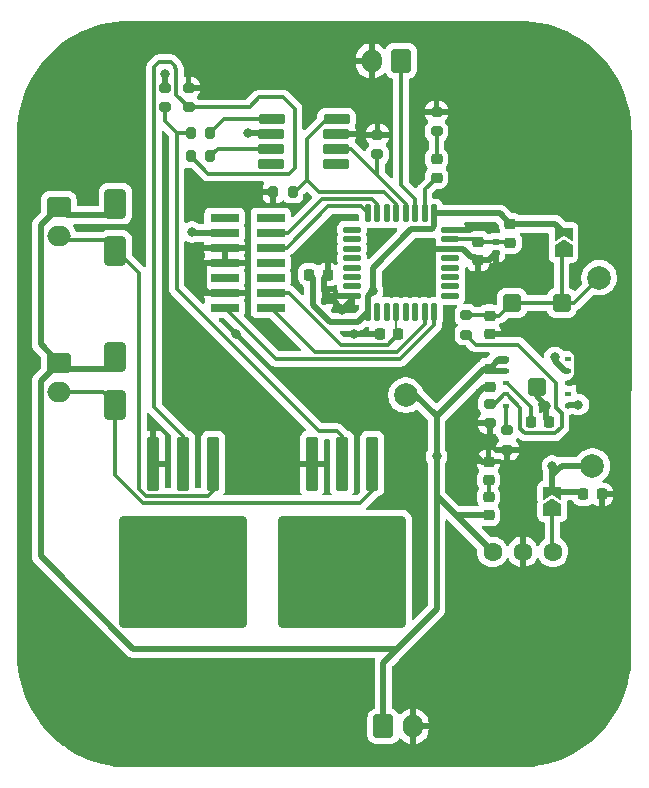
<source format=gbr>
%TF.GenerationSoftware,KiCad,Pcbnew,9.0.4*%
%TF.CreationDate,2025-11-05T15:34:37+01:00*%
%TF.ProjectId,FliperKAd,466c6970-6572-44b4-9164-2e6b69636164,rev?*%
%TF.SameCoordinates,Original*%
%TF.FileFunction,Copper,L1,Top*%
%TF.FilePolarity,Positive*%
%FSLAX46Y46*%
G04 Gerber Fmt 4.6, Leading zero omitted, Abs format (unit mm)*
G04 Created by KiCad (PCBNEW 9.0.4) date 2025-11-05 15:34:37*
%MOMM*%
%LPD*%
G01*
G04 APERTURE LIST*
G04 Aperture macros list*
%AMRoundRect*
0 Rectangle with rounded corners*
0 $1 Rounding radius*
0 $2 $3 $4 $5 $6 $7 $8 $9 X,Y pos of 4 corners*
0 Add a 4 corners polygon primitive as box body*
4,1,4,$2,$3,$4,$5,$6,$7,$8,$9,$2,$3,0*
0 Add four circle primitives for the rounded corners*
1,1,$1+$1,$2,$3*
1,1,$1+$1,$4,$5*
1,1,$1+$1,$6,$7*
1,1,$1+$1,$8,$9*
0 Add four rect primitives between the rounded corners*
20,1,$1+$1,$2,$3,$4,$5,0*
20,1,$1+$1,$4,$5,$6,$7,0*
20,1,$1+$1,$6,$7,$8,$9,0*
20,1,$1+$1,$8,$9,$2,$3,0*%
%AMFreePoly0*
4,1,6,1.000000,0.000000,0.500000,-0.750000,-0.500000,-0.750000,-0.500000,0.750000,0.500000,0.750000,1.000000,0.000000,1.000000,0.000000,$1*%
%AMFreePoly1*
4,1,6,0.500000,-0.750000,-0.650000,-0.750000,-0.150000,0.000000,-0.650000,0.750000,0.500000,0.750000,0.500000,-0.750000,0.500000,-0.750000,$1*%
G04 Aperture macros list end*
%TA.AperFunction,SMDPad,CuDef*%
%ADD10RoundRect,0.200000X0.275000X-0.200000X0.275000X0.200000X-0.275000X0.200000X-0.275000X-0.200000X0*%
%TD*%
%TA.AperFunction,SMDPad,CuDef*%
%ADD11RoundRect,0.225000X-0.250000X0.225000X-0.250000X-0.225000X0.250000X-0.225000X0.250000X0.225000X0*%
%TD*%
%TA.AperFunction,SMDPad,CuDef*%
%ADD12RoundRect,0.250000X-0.300000X2.050000X-0.300000X-2.050000X0.300000X-2.050000X0.300000X2.050000X0*%
%TD*%
%TA.AperFunction,SMDPad,CuDef*%
%ADD13RoundRect,0.250002X-5.149998X4.449998X-5.149998X-4.449998X5.149998X-4.449998X5.149998X4.449998X0*%
%TD*%
%TA.AperFunction,SMDPad,CuDef*%
%ADD14RoundRect,0.140000X-0.140000X-0.170000X0.140000X-0.170000X0.140000X0.170000X-0.140000X0.170000X0*%
%TD*%
%TA.AperFunction,ComponentPad*%
%ADD15C,0.800000*%
%TD*%
%TA.AperFunction,ComponentPad*%
%ADD16C,6.400000*%
%TD*%
%TA.AperFunction,SMDPad,CuDef*%
%ADD17RoundRect,0.225000X0.250000X-0.225000X0.250000X0.225000X-0.250000X0.225000X-0.250000X-0.225000X0*%
%TD*%
%TA.AperFunction,ComponentPad*%
%ADD18RoundRect,0.250000X-0.600000X-0.750000X0.600000X-0.750000X0.600000X0.750000X-0.600000X0.750000X0*%
%TD*%
%TA.AperFunction,ComponentPad*%
%ADD19O,1.700000X2.000000*%
%TD*%
%TA.AperFunction,SMDPad,CuDef*%
%ADD20RoundRect,0.218750X-0.256250X0.218750X-0.256250X-0.218750X0.256250X-0.218750X0.256250X0.218750X0*%
%TD*%
%TA.AperFunction,SMDPad,CuDef*%
%ADD21RoundRect,0.225000X-0.225000X-0.250000X0.225000X-0.250000X0.225000X0.250000X-0.225000X0.250000X0*%
%TD*%
%TA.AperFunction,SMDPad,CuDef*%
%ADD22RoundRect,0.200000X-0.275000X0.200000X-0.275000X-0.200000X0.275000X-0.200000X0.275000X0.200000X0*%
%TD*%
%TA.AperFunction,SMDPad,CuDef*%
%ADD23C,2.000000*%
%TD*%
%TA.AperFunction,ComponentPad*%
%ADD24RoundRect,0.250000X-0.750000X0.600000X-0.750000X-0.600000X0.750000X-0.600000X0.750000X0.600000X0*%
%TD*%
%TA.AperFunction,ComponentPad*%
%ADD25O,2.000000X1.700000*%
%TD*%
%TA.AperFunction,SMDPad,CuDef*%
%ADD26RoundRect,0.250000X-0.650000X1.000000X-0.650000X-1.000000X0.650000X-1.000000X0.650000X1.000000X0*%
%TD*%
%TA.AperFunction,SMDPad,CuDef*%
%ADD27FreePoly0,90.000000*%
%TD*%
%TA.AperFunction,SMDPad,CuDef*%
%ADD28FreePoly1,90.000000*%
%TD*%
%TA.AperFunction,SMDPad,CuDef*%
%ADD29RoundRect,0.200000X0.200000X0.275000X-0.200000X0.275000X-0.200000X-0.275000X0.200000X-0.275000X0*%
%TD*%
%TA.AperFunction,SMDPad,CuDef*%
%ADD30RoundRect,0.140000X-0.170000X0.140000X-0.170000X-0.140000X0.170000X-0.140000X0.170000X0.140000X0*%
%TD*%
%TA.AperFunction,SMDPad,CuDef*%
%ADD31RoundRect,0.218750X0.256250X-0.218750X0.256250X0.218750X-0.256250X0.218750X-0.256250X-0.218750X0*%
%TD*%
%TA.AperFunction,SMDPad,CuDef*%
%ADD32R,2.400000X0.740000*%
%TD*%
%TA.AperFunction,ComponentPad*%
%ADD33RoundRect,0.800000X0.000010X0.000010X-0.000010X0.000010X-0.000010X-0.000010X0.000010X-0.000010X0*%
%TD*%
%TA.AperFunction,SMDPad,CuDef*%
%ADD34RoundRect,0.125000X0.125000X-0.625000X0.125000X0.625000X-0.125000X0.625000X-0.125000X-0.625000X0*%
%TD*%
%TA.AperFunction,SMDPad,CuDef*%
%ADD35RoundRect,0.125000X0.625000X-0.125000X0.625000X0.125000X-0.625000X0.125000X-0.625000X-0.125000X0*%
%TD*%
%TA.AperFunction,SMDPad,CuDef*%
%ADD36RoundRect,0.117000X1.023000X-0.273000X1.023000X0.273000X-1.023000X0.273000X-1.023000X-0.273000X0*%
%TD*%
%TA.AperFunction,SMDPad,CuDef*%
%ADD37RoundRect,0.200000X-0.200000X-0.275000X0.200000X-0.275000X0.200000X0.275000X-0.200000X0.275000X0*%
%TD*%
%TA.AperFunction,ComponentPad*%
%ADD38RoundRect,0.250000X0.600000X0.750000X-0.600000X0.750000X-0.600000X-0.750000X0.600000X-0.750000X0*%
%TD*%
%TA.AperFunction,SMDPad,CuDef*%
%ADD39RoundRect,0.060000X0.190000X-0.140000X0.190000X0.140000X-0.190000X0.140000X-0.190000X-0.140000X0*%
%TD*%
%TA.AperFunction,SMDPad,CuDef*%
%ADD40RoundRect,0.225000X0.525000X-0.525000X0.525000X0.525000X-0.525000X0.525000X-0.525000X-0.525000X0*%
%TD*%
%TA.AperFunction,SMDPad,CuDef*%
%ADD41RoundRect,0.225000X0.225000X0.250000X-0.225000X0.250000X-0.225000X-0.250000X0.225000X-0.250000X0*%
%TD*%
%TA.AperFunction,ViaPad*%
%ADD42C,0.800000*%
%TD*%
%TA.AperFunction,Conductor*%
%ADD43C,0.500000*%
%TD*%
%TA.AperFunction,Conductor*%
%ADD44C,0.200000*%
%TD*%
%TA.AperFunction,Conductor*%
%ADD45C,0.300000*%
%TD*%
G04 APERTURE END LIST*
D10*
%TO.P,R8,1*%
%TO.N,Com-SolA*%
X208000000Y-70825000D03*
%TO.P,R8,2*%
%TO.N,GND*%
X208000000Y-69175000D03*
%TD*%
D11*
%TO.P,C2,1*%
%TO.N,+24V*%
X217500000Y-88975000D03*
%TO.P,C2,2*%
%TO.N,GND*%
X217500000Y-90525000D03*
%TD*%
%TO.P,C6,1*%
%TO.N,+3.3VA*%
X216500000Y-78225000D03*
%TO.P,C6,2*%
%TO.N,GND*%
X216500000Y-79775000D03*
%TD*%
D12*
%TO.P,Q2,1,D*%
%TO.N,Sortie-Sol\u00E9noideB*%
X207540000Y-97000000D03*
%TO.P,Q2,2,G*%
%TO.N,Net-(Q2-G)*%
X205000000Y-97000000D03*
%TO.P,Q2,3,S*%
%TO.N,GND*%
X202460000Y-97000000D03*
D13*
%TO.P,Q2,4*%
%TO.N,N/C*%
X205000000Y-106150000D03*
%TD*%
D14*
%TO.P,C10,1*%
%TO.N,+3.3V*%
X202520000Y-83250000D03*
%TO.P,C10,2*%
%TO.N,GND*%
X203480000Y-83250000D03*
%TD*%
D15*
%TO.P,H1,1,1*%
%TO.N,GND*%
X182600000Y-66900000D03*
X183302944Y-65202944D03*
X183302944Y-68597056D03*
X185000000Y-64500000D03*
D16*
X185000000Y-66900000D03*
D15*
X185000000Y-69300000D03*
X186697056Y-65202944D03*
X186697056Y-68597056D03*
X187400000Y-66900000D03*
%TD*%
D11*
%TO.P,C4,1*%
%TO.N,/Test 3.3*%
X217500000Y-84475000D03*
%TO.P,C4,2*%
%TO.N,GND*%
X217500000Y-86025000D03*
%TD*%
D17*
%TO.P,C12,1*%
%TO.N,Net-(C12-Pad1)*%
X217400000Y-98375000D03*
%TO.P,C12,2*%
%TO.N,GND*%
X217400000Y-96825000D03*
%TD*%
D18*
%TO.P,J5,1,Pin_1*%
%TO.N,+24V*%
X208500000Y-119250000D03*
D19*
%TO.P,J5,2,Pin_2*%
%TO.N,GND*%
X211000000Y-119250000D03*
%TD*%
D10*
%TO.P,R1,1*%
%TO.N,/LED_Stat*%
X213000000Y-68862500D03*
%TO.P,R1,2*%
%TO.N,GND*%
X213000000Y-67212500D03*
%TD*%
D20*
%TO.P,D1,1,K*%
%TO.N,/LED_Stat*%
X213000000Y-71212500D03*
%TO.P,D1,2,A*%
%TO.N,LED_Status*%
X213000000Y-72787500D03*
%TD*%
D21*
%TO.P,C3,1*%
%TO.N,Net-(U3-VCC)*%
X221000000Y-93500000D03*
%TO.P,C3,2*%
%TO.N,GND*%
X222550000Y-93500000D03*
%TD*%
D22*
%TO.P,R3,1*%
%TO.N,Net-(U3-FB)*%
X217500000Y-91925000D03*
%TO.P,R3,2*%
%TO.N,GND*%
X217500000Y-93575000D03*
%TD*%
D23*
%TO.P,TP2,1,1*%
%TO.N,/Test 3.3*%
X226770000Y-81260000D03*
%TD*%
D15*
%TO.P,H2,1,1*%
%TO.N,GND*%
X218600000Y-66900000D03*
X219302944Y-65202944D03*
X219302944Y-68597056D03*
X221000000Y-64500000D03*
D16*
X221000000Y-66900000D03*
D15*
X221000000Y-69300000D03*
X222697056Y-65202944D03*
X222697056Y-68597056D03*
X223400000Y-66900000D03*
%TD*%
D24*
%TO.P,J3,1,Pin_1*%
%TO.N,+24V*%
X181025000Y-75250000D03*
D25*
%TO.P,J3,2,Pin_2*%
%TO.N,Sortie-Sol\u00E9noideA*%
X181025000Y-77750000D03*
%TD*%
D26*
%TO.P,D3,1,K*%
%TO.N,+24V*%
X185800000Y-88000000D03*
%TO.P,D3,2,A*%
%TO.N,Sortie-Sol\u00E9noideB*%
X185800000Y-92000000D03*
%TD*%
D27*
%TO.P,JP2,1,A*%
%TO.N,/12test*%
X222800000Y-100925000D03*
D28*
%TO.P,JP2,2,B*%
%TO.N,+12V*%
X222800000Y-99475000D03*
%TD*%
D27*
%TO.P,JP1,1,A*%
%TO.N,/Test 3.3*%
X223750000Y-78975000D03*
D28*
%TO.P,JP1,2,B*%
%TO.N,+3.3V*%
X223750000Y-77525000D03*
%TD*%
D17*
%TO.P,C5,1*%
%TO.N,+24V*%
X217400000Y-101375000D03*
%TO.P,C5,2*%
%TO.N,Net-(C12-Pad1)*%
X217400000Y-99825000D03*
%TD*%
D12*
%TO.P,Q1,1,D*%
%TO.N,Sortie-Sol\u00E9noideA*%
X194080000Y-97000000D03*
%TO.P,Q1,2,G*%
%TO.N,Net-(Q1-G)*%
X191540000Y-97000000D03*
%TO.P,Q1,3,S*%
%TO.N,GND*%
X189000000Y-97000000D03*
D13*
%TO.P,Q1,4*%
%TO.N,N/C*%
X191540000Y-106150000D03*
%TD*%
D29*
%TO.P,R7,1*%
%TO.N,Com-SolB*%
X200825000Y-74000000D03*
%TO.P,R7,2*%
%TO.N,GND*%
X199175000Y-74000000D03*
%TD*%
D30*
%TO.P,C8,1*%
%TO.N,+3.3VA*%
X218000000Y-78250000D03*
%TO.P,C8,2*%
%TO.N,GND*%
X218000000Y-79210000D03*
%TD*%
D31*
%TO.P,L2,1*%
%TO.N,+3.3VA*%
X219250000Y-78287500D03*
%TO.P,L2,2*%
%TO.N,+3.3V*%
X219250000Y-76712500D03*
%TD*%
D15*
%TO.P,H3,1,1*%
%TO.N,GND*%
X218600000Y-116250000D03*
X219302944Y-114552944D03*
X219302944Y-117947056D03*
X221000000Y-113850000D03*
D16*
X221000000Y-116250000D03*
D15*
X221000000Y-118650000D03*
X222697056Y-114552944D03*
X222697056Y-117947056D03*
X223400000Y-116250000D03*
%TD*%
D10*
%TO.P,R12,1*%
%TO.N,Net-(Q2-G)*%
X190000000Y-66825000D03*
%TO.P,R12,2*%
%TO.N,GND*%
X190000000Y-65175000D03*
%TD*%
D23*
%TO.P,TP3,1,1*%
%TO.N,+12V*%
X226200000Y-97200000D03*
%TD*%
D21*
%TO.P,C1,1*%
%TO.N,+12V*%
X225425000Y-99600000D03*
%TO.P,C1,2*%
%TO.N,GND*%
X226975000Y-99600000D03*
%TD*%
D32*
%TO.P,J2,1,NC*%
%TO.N,unconnected-(J2-NC-Pad1)*%
X195050000Y-76190000D03*
%TO.P,J2,2,NC*%
%TO.N,unconnected-(J2-NC-Pad2)*%
X198950000Y-76190000D03*
%TO.P,J2,3,VCC*%
%TO.N,+3.3V*%
X195050000Y-77460000D03*
%TO.P,J2,4,JTMS/SWDIO*%
%TO.N,SYS_SWDIO*%
X198950000Y-77460000D03*
%TO.P,J2,5,GND*%
%TO.N,GND*%
X195050000Y-78730000D03*
%TO.P,J2,6,JCLK/SWCLK*%
%TO.N,SYS_SWCLK*%
X198950000Y-78730000D03*
%TO.P,J2,7,GND*%
%TO.N,GND*%
X195050000Y-80000000D03*
%TO.P,J2,8,JTDO/SWO*%
%TO.N,unconnected-(J2-JTDO{slash}SWO-Pad8)*%
X198950000Y-80000000D03*
%TO.P,J2,9,JRCLK/NC*%
%TO.N,unconnected-(J2-JRCLK{slash}NC-Pad9)*%
X195050000Y-81270000D03*
%TO.P,J2,10,JTDI/NC*%
%TO.N,unconnected-(J2-JTDI{slash}NC-Pad10)*%
X198950000Y-81270000D03*
%TO.P,J2,11,GNDDetect*%
%TO.N,GND*%
X195050000Y-82540000D03*
%TO.P,J2,12,~{RST}*%
%TO.N,NRST*%
X198950000Y-82540000D03*
%TO.P,J2,13,VCP_RX*%
%TO.N,USART2_RX*%
X195050000Y-83810000D03*
%TO.P,J2,14,VCP_TX*%
%TO.N,USART2_TX*%
X198950000Y-83810000D03*
%TD*%
D33*
%TO.P,U5,1,Vin*%
%TO.N,+24V*%
X217750000Y-104480000D03*
%TO.P,U5,2,Gnd*%
%TO.N,GND*%
X220295000Y-104470000D03*
%TO.P,U5,3,Vout*%
%TO.N,/12test*%
X222850000Y-104470000D03*
%TD*%
D15*
%TO.P,H4,1,1*%
%TO.N,GND*%
X182600000Y-116250000D03*
X183302944Y-114552944D03*
X183302944Y-117947056D03*
X185000000Y-113850000D03*
D16*
X185000000Y-116250000D03*
D15*
X185000000Y-118650000D03*
X186697056Y-114552944D03*
X186697056Y-117947056D03*
X187400000Y-116250000D03*
%TD*%
D34*
%TO.P,U1,1,VDD*%
%TO.N,+3.3V*%
X207200000Y-84175000D03*
%TO.P,U1,2,PF0*%
%TO.N,unconnected-(U1-PF0-Pad2)*%
X208000000Y-84175000D03*
%TO.P,U1,3,PF1*%
%TO.N,unconnected-(U1-PF1-Pad3)*%
X208800000Y-84175000D03*
%TO.P,U1,4,PG10*%
%TO.N,NRST*%
X209600000Y-84175000D03*
%TO.P,U1,5,PA0*%
%TO.N,unconnected-(U1-PA0-Pad5)*%
X210400000Y-84175000D03*
%TO.P,U1,6,PA1*%
%TO.N,unconnected-(U1-PA1-Pad6)*%
X211200000Y-84175000D03*
%TO.P,U1,7,PA2*%
%TO.N,USART2_TX*%
X212000000Y-84175000D03*
%TO.P,U1,8,PA3*%
%TO.N,USART2_RX*%
X212800000Y-84175000D03*
D35*
%TO.P,U1,9,PA4*%
%TO.N,unconnected-(U1-PA4-Pad9)*%
X214175000Y-82800000D03*
%TO.P,U1,10,PA5*%
%TO.N,unconnected-(U1-PA5-Pad10)*%
X214175000Y-82000000D03*
%TO.P,U1,11,PA6*%
%TO.N,unconnected-(U1-PA6-Pad11)*%
X214175000Y-81200000D03*
%TO.P,U1,12,PA7*%
%TO.N,unconnected-(U1-PA7-Pad12)*%
X214175000Y-80400000D03*
%TO.P,U1,13,PB0*%
%TO.N,unconnected-(U1-PB0-Pad13)*%
X214175000Y-79600000D03*
%TO.P,U1,14,VSSA*%
%TO.N,GND*%
X214175000Y-78800000D03*
%TO.P,U1,15,VDDA*%
%TO.N,+3.3VA*%
X214175000Y-78000000D03*
%TO.P,U1,16,VSS*%
%TO.N,GND*%
X214175000Y-77200000D03*
D34*
%TO.P,U1,17,VDD*%
%TO.N,+3.3V*%
X212800000Y-75825000D03*
%TO.P,U1,18,PA8*%
%TO.N,LED_Status*%
X212000000Y-75825000D03*
%TO.P,U1,19,PA9*%
%TO.N,Bouton_Actif*%
X211200000Y-75825000D03*
%TO.P,U1,20,PA10*%
%TO.N,Com-SolA*%
X210400000Y-75825000D03*
%TO.P,U1,21,PA11*%
%TO.N,Com-SolB*%
X209600000Y-75825000D03*
%TO.P,U1,22,PA12*%
%TO.N,unconnected-(U1-PA12-Pad22)*%
X208800000Y-75825000D03*
%TO.P,U1,23,PA13*%
%TO.N,SYS_SWDIO*%
X208000000Y-75825000D03*
%TO.P,U1,24,PA14*%
%TO.N,SYS_SWCLK*%
X207200000Y-75825000D03*
D35*
%TO.P,U1,25,PA15*%
%TO.N,unconnected-(U1-PA15-Pad25)*%
X205825000Y-77200000D03*
%TO.P,U1,26,PB3*%
%TO.N,unconnected-(U1-PB3-Pad26)*%
X205825000Y-78000000D03*
%TO.P,U1,27,PB4*%
%TO.N,unconnected-(U1-PB4-Pad27)*%
X205825000Y-78800000D03*
%TO.P,U1,28,PB5*%
%TO.N,unconnected-(U1-PB5-Pad28)*%
X205825000Y-79600000D03*
%TO.P,U1,29,PB6*%
%TO.N,unconnected-(U1-PB6-Pad29)*%
X205825000Y-80400000D03*
%TO.P,U1,30,PB7*%
%TO.N,unconnected-(U1-PB7-Pad30)*%
X205825000Y-81200000D03*
%TO.P,U1,31,PB8*%
%TO.N,unconnected-(U1-PB8-Pad31)*%
X205825000Y-82000000D03*
%TO.P,U1,32,VSS*%
%TO.N,GND*%
X205825000Y-82800000D03*
%TD*%
D21*
%TO.P,C7,1*%
%TO.N,+3.3V*%
X202225000Y-81000000D03*
%TO.P,C7,2*%
%TO.N,GND*%
X203775000Y-81000000D03*
%TD*%
D14*
%TO.P,C9,1*%
%TO.N,+3.3V*%
X202520000Y-82250000D03*
%TO.P,C9,2*%
%TO.N,GND*%
X203480000Y-82250000D03*
%TD*%
D36*
%TO.P,U4,1,NC*%
%TO.N,unconnected-(U4-NC-Pad1)*%
X204490000Y-71620000D03*
%TO.P,U4,2,INA*%
%TO.N,Com-SolA*%
X204500000Y-70350000D03*
%TO.P,U4,3,GND*%
%TO.N,GND*%
X204520000Y-69080000D03*
%TO.P,U4,4,INB*%
%TO.N,Com-SolB*%
X204530000Y-67810000D03*
%TO.P,U4,5,OUTB*%
%TO.N,Com-MOSB*%
X199030000Y-67810000D03*
%TO.P,U4,6,Vs*%
%TO.N,+12V*%
X199020000Y-69080000D03*
%TO.P,U4,7,OUTA*%
%TO.N,Com-MOSA*%
X199000000Y-70350000D03*
%TO.P,U4,8,NC*%
%TO.N,unconnected-(U4-NC-Pad8)*%
X198990000Y-71620000D03*
%TD*%
D37*
%TO.P,R10,1*%
%TO.N,Net-(Q1-G)*%
X192175000Y-71000000D03*
%TO.P,R10,2*%
%TO.N,Com-MOSA*%
X193825000Y-71000000D03*
%TD*%
D38*
%TO.P,J1,1,Pin_1*%
%TO.N,Bouton_Actif*%
X210000000Y-62900000D03*
D19*
%TO.P,J1,2,Pin_2*%
%TO.N,GND*%
X207500000Y-62900000D03*
%TD*%
D24*
%TO.P,J4,1,Pin_1*%
%TO.N,+24V*%
X181025000Y-88450000D03*
D25*
%TO.P,J4,2,Pin_2*%
%TO.N,Sortie-Sol\u00E9noideB*%
X181025000Y-90950000D03*
%TD*%
D22*
%TO.P,R5,1*%
%TO.N,Net-(U3-FSW)*%
X219000000Y-94175000D03*
%TO.P,R5,2*%
%TO.N,GND*%
X219000000Y-95825000D03*
%TD*%
D39*
%TO.P,U3,1,FSW*%
%TO.N,Net-(U3-FSW)*%
X218900000Y-92150000D03*
%TO.P,U3,2,FB*%
%TO.N,Net-(U3-FB)*%
X218900000Y-91150000D03*
%TO.P,U3,3,VCC*%
%TO.N,Net-(U3-VCC)*%
X218900000Y-90150000D03*
%TO.P,U3,4,Vin*%
%TO.N,+24V*%
X218900000Y-89150000D03*
%TO.P,U3,5,Vin*%
X218900000Y-88150000D03*
D40*
%TO.P,U3,6,Vout*%
%TO.N,/Test 3.3*%
X219400000Y-83400000D03*
%TO.P,U3,7,Vout*%
X223600000Y-83400000D03*
D39*
%TO.P,U3,8,DNC*%
%TO.N,unconnected-(U3-DNC-Pad8)*%
X224100000Y-88150000D03*
%TO.P,U3,9,Vin*%
%TO.N,+24V*%
X224100000Y-89150000D03*
%TO.P,U3,10,AGND*%
%TO.N,GND*%
X224100000Y-90150000D03*
%TO.P,U3,11,PG*%
%TO.N,unconnected-(U3-PG-Pad11)*%
X224100000Y-91150000D03*
%TO.P,U3,12,EN*%
%TO.N,+24V*%
X224100000Y-92150000D03*
D40*
%TO.P,U3,13,PGND*%
%TO.N,GND*%
X221500000Y-90550000D03*
%TD*%
D26*
%TO.P,D2,1,K*%
%TO.N,+24V*%
X185800000Y-75000000D03*
%TO.P,D2,2,A*%
%TO.N,Sortie-Sol\u00E9noideA*%
X185800000Y-79000000D03*
%TD*%
D23*
%TO.P,TP1,1,1*%
%TO.N,+24V*%
X210400000Y-91200000D03*
%TD*%
D10*
%TO.P,R9,1*%
%TO.N,Net-(Q1-G)*%
X192000000Y-66825000D03*
%TO.P,R9,2*%
%TO.N,GND*%
X192000000Y-65175000D03*
%TD*%
D22*
%TO.P,R4,1*%
%TO.N,/Test 3.3*%
X215500000Y-84425000D03*
%TO.P,R4,2*%
%TO.N,Net-(U3-FB)*%
X215500000Y-86075000D03*
%TD*%
D41*
%TO.P,C11,1*%
%TO.N,NRST*%
X209775000Y-86000000D03*
%TO.P,C11,2*%
%TO.N,GND*%
X208225000Y-86000000D03*
%TD*%
D37*
%TO.P,R11,1*%
%TO.N,Net-(Q2-G)*%
X192175000Y-69000000D03*
%TO.P,R11,2*%
%TO.N,Com-MOSB*%
X193825000Y-69000000D03*
%TD*%
D42*
%TO.N,+24V*%
X225000000Y-92000000D03*
X223000000Y-88000000D03*
X213000000Y-96400000D03*
%TO.N,GND*%
X221780000Y-86025000D03*
X227000000Y-85000000D03*
X210600000Y-96400000D03*
X196000000Y-86000000D03*
X199000000Y-86000000D03*
X227000000Y-91000000D03*
X202200000Y-78400000D03*
X227000000Y-65000000D03*
X190000000Y-64000000D03*
X210000000Y-79900000D03*
X213000000Y-114000000D03*
X223000000Y-72000000D03*
X218100000Y-81400000D03*
X227000000Y-114000000D03*
X189000000Y-93800000D03*
X203000000Y-61000000D03*
X227000000Y-69000000D03*
X227000000Y-88000000D03*
X215000000Y-61000000D03*
X202000000Y-120000000D03*
X205000000Y-84000000D03*
X222300000Y-92100000D03*
X196000000Y-74000000D03*
X227000000Y-72000000D03*
X203000000Y-64000000D03*
X219000000Y-72000000D03*
X227000000Y-111000000D03*
X192000000Y-86000000D03*
X216000000Y-77000000D03*
X216000000Y-112000000D03*
X207800000Y-77800000D03*
X227000000Y-118000000D03*
X223000000Y-61000000D03*
X216000000Y-96000000D03*
X206000000Y-86000000D03*
X216000000Y-119000000D03*
X227000000Y-76000000D03*
X219000000Y-61000000D03*
X215000000Y-72000000D03*
X216000000Y-116000000D03*
X215000000Y-69000000D03*
X192000000Y-81000000D03*
X198000000Y-121000000D03*
X215000000Y-65000000D03*
%TO.N,+3.3V*%
X192300000Y-77400000D03*
X207600000Y-82400000D03*
%TO.N,+12V*%
X222800000Y-97200000D03*
X197000000Y-69000000D03*
%TD*%
D43*
%TO.N,+24V*%
X209675000Y-112675000D02*
X210725000Y-111625000D01*
X225000000Y-92000000D02*
X224250000Y-92000000D01*
X181725000Y-75950000D02*
X181025000Y-75250000D01*
X185800000Y-75000000D02*
X185800000Y-75150000D01*
X213000000Y-101000000D02*
X213000000Y-109350000D01*
X213000000Y-96400000D02*
X213000000Y-98800000D01*
X185000000Y-75950000D02*
X181725000Y-75950000D01*
X217750000Y-104480000D02*
X214035000Y-100765000D01*
X211200000Y-91200000D02*
X213000000Y-93000000D01*
X214035000Y-100765000D02*
X213000000Y-99730000D01*
X208500000Y-113850000D02*
X209675000Y-112675000D01*
X179474000Y-86899000D02*
X179474000Y-76801000D01*
X181025000Y-88450000D02*
X179474000Y-90001000D01*
X218325000Y-88150000D02*
X217500000Y-88975000D01*
X223000000Y-88299999D02*
X223850001Y-89150000D01*
X213000000Y-109350000D02*
X210725000Y-111625000D01*
X181025000Y-88450000D02*
X179474000Y-86899000D01*
X213000000Y-98800000D02*
X213000000Y-101000000D01*
X218050000Y-88300000D02*
X218900000Y-88300000D01*
X187325288Y-112675000D02*
X209675000Y-112675000D01*
X217675000Y-89150000D02*
X217500000Y-88975000D01*
X218900000Y-89150000D02*
X217675000Y-89150000D01*
X179474000Y-90001000D02*
X179474000Y-104823712D01*
X179474000Y-76801000D02*
X181025000Y-75250000D01*
X217500000Y-88975000D02*
X217025000Y-88975000D01*
X213000000Y-93000000D02*
X213000000Y-96400000D01*
X223850001Y-89150000D02*
X224100000Y-89150000D01*
X223000000Y-88000000D02*
X223000000Y-88299999D01*
X179474000Y-104823712D02*
X187325288Y-112675000D01*
X208500000Y-119250000D02*
X208500000Y-113850000D01*
X181525000Y-88950000D02*
X181025000Y-88450000D01*
X185800000Y-75150000D02*
X185000000Y-75950000D01*
X218900000Y-88150000D02*
X218325000Y-88150000D01*
X185000000Y-88950000D02*
X181525000Y-88950000D01*
X210400000Y-91200000D02*
X211200000Y-91200000D01*
X217400000Y-101375000D02*
X214645000Y-101375000D01*
X224250000Y-92000000D02*
X224100000Y-92150000D01*
X214645000Y-101375000D02*
X214035000Y-100765000D01*
X217025000Y-88975000D02*
X213000000Y-93000000D01*
X213000000Y-99730000D02*
X213000000Y-98800000D01*
%TO.N,GND*%
X203480000Y-82350000D02*
X203930000Y-82800000D01*
X216000000Y-94000000D02*
X216000000Y-96000000D01*
X205825000Y-82800000D02*
X205825000Y-83175000D01*
X217400000Y-96825000D02*
X216825000Y-96825000D01*
X202200000Y-78400000D02*
X203000000Y-79200000D01*
X215200000Y-78800000D02*
X215900000Y-79500000D01*
X193299000Y-82191000D02*
X193299000Y-80051000D01*
X214175000Y-77200000D02*
X215800000Y-77200000D01*
X206000000Y-86000000D02*
X208225000Y-86000000D01*
X216425000Y-93575000D02*
X216000000Y-94000000D01*
X218000000Y-81300000D02*
X218100000Y-81400000D01*
X217435000Y-79775000D02*
X218000000Y-79210000D01*
X212800000Y-78800000D02*
X212760000Y-78840000D01*
X221500000Y-91300000D02*
X222300000Y-92100000D01*
X214175000Y-78800000D02*
X215200000Y-78800000D01*
X218000000Y-79210000D02*
X218000000Y-81300000D01*
X216000000Y-91550000D02*
X216000000Y-94000000D01*
X203100000Y-79200000D02*
X203775000Y-79875000D01*
X217025000Y-90525000D02*
X216000000Y-91550000D01*
X193350000Y-80000000D02*
X195050000Y-80000000D01*
X195050000Y-82540000D02*
X193648000Y-82540000D01*
X203480000Y-82250000D02*
X203480000Y-82350000D01*
X221500000Y-90550000D02*
X221500000Y-91300000D01*
X216825000Y-96825000D02*
X216000000Y-96000000D01*
X222550000Y-93500000D02*
X222300000Y-93250000D01*
X224349999Y-90150000D02*
X224100000Y-90150000D01*
X223170746Y-86025000D02*
X224901000Y-87755254D01*
X221780000Y-86025000D02*
X223170746Y-86025000D01*
X205825000Y-83175000D02*
X205000000Y-84000000D01*
X205825000Y-82800000D02*
X203930000Y-82800000D01*
X203000000Y-79200000D02*
X203100000Y-79200000D01*
X217500000Y-93575000D02*
X216425000Y-93575000D01*
X217500000Y-90525000D02*
X217025000Y-90525000D01*
X216500000Y-79775000D02*
X217435000Y-79775000D01*
X222300000Y-93250000D02*
X222300000Y-92100000D01*
X224901000Y-87755254D02*
X224901000Y-89598999D01*
D44*
X194220000Y-80000000D02*
X195050000Y-80000000D01*
D43*
X193299000Y-80051000D02*
X193350000Y-80000000D01*
X224901000Y-89598999D02*
X224349999Y-90150000D01*
X214175000Y-78800000D02*
X212800000Y-78800000D01*
X216225000Y-79500000D02*
X216500000Y-79775000D01*
X215900000Y-79500000D02*
X216225000Y-79500000D01*
X203930000Y-82800000D02*
X203480000Y-83250000D01*
X215800000Y-77200000D02*
X216000000Y-77000000D01*
X195050000Y-78730000D02*
X195050000Y-80000000D01*
X217500000Y-86025000D02*
X221780000Y-86025000D01*
X190000000Y-64000000D02*
X190000000Y-65175000D01*
X203480000Y-82250000D02*
X203480000Y-81295000D01*
X193648000Y-82540000D02*
X193299000Y-82191000D01*
X203775000Y-79875000D02*
X203775000Y-81000000D01*
X203480000Y-81295000D02*
X203775000Y-81000000D01*
D45*
%TO.N,Net-(U3-VCC)*%
X218900000Y-90150000D02*
X218954326Y-90150000D01*
X218954326Y-90150000D02*
X221000000Y-92195674D01*
X221000000Y-92195674D02*
X221000000Y-93500000D01*
D43*
%TO.N,+3.3V*%
X210874000Y-77126000D02*
X212600000Y-77126000D01*
X207200000Y-84175000D02*
X206375000Y-85000000D01*
X207200000Y-84175000D02*
X207200000Y-82800000D01*
X207200000Y-82800000D02*
X207600000Y-82400000D01*
X202520000Y-83250000D02*
X202520000Y-82250000D01*
X202520000Y-83581102D02*
X202520000Y-83250000D01*
X207600000Y-82400000D02*
X207600000Y-80400000D01*
X195050000Y-77460000D02*
X192360000Y-77460000D01*
X203938898Y-85000000D02*
X202520000Y-83581102D01*
X212600000Y-77126000D02*
X212800000Y-76926000D01*
X206375000Y-85000000D02*
X203938898Y-85000000D01*
X192360000Y-77460000D02*
X192300000Y-77400000D01*
X212800000Y-76926000D02*
X212800000Y-75825000D01*
X202520000Y-81295000D02*
X202225000Y-81000000D01*
X202520000Y-82250000D02*
X202520000Y-81295000D01*
X207600000Y-80400000D02*
X210874000Y-77126000D01*
D44*
X212800000Y-75825000D02*
X212875000Y-75750000D01*
D43*
X223043403Y-76712500D02*
X223750000Y-77419097D01*
X218362500Y-75825000D02*
X212800000Y-75825000D01*
X219250000Y-76712500D02*
X218362500Y-75825000D01*
X219250000Y-76712500D02*
X223043403Y-76712500D01*
D45*
%TO.N,+3.3VA*%
X216275000Y-78000000D02*
X216500000Y-78225000D01*
X217975000Y-78225000D02*
X218000000Y-78250000D01*
X214175000Y-78000000D02*
X216275000Y-78000000D01*
X219212500Y-78250000D02*
X219250000Y-78287500D01*
X218000000Y-78250000D02*
X219212500Y-78250000D01*
X216500000Y-78225000D02*
X217975000Y-78225000D01*
%TO.N,NRST*%
X204873534Y-86926000D02*
X208849000Y-86926000D01*
X200487534Y-82540000D02*
X204873534Y-86926000D01*
D44*
X209600000Y-85825000D02*
X209600000Y-84175000D01*
D45*
X208849000Y-86926000D02*
X209775000Y-86000000D01*
X198950000Y-82540000D02*
X200487534Y-82540000D01*
D44*
X209775000Y-86000000D02*
X209600000Y-85825000D01*
D45*
%TO.N,/LED_Stat*%
X213000000Y-68862500D02*
X213000000Y-71212500D01*
%TO.N,LED_Status*%
X212000000Y-73787500D02*
X212000000Y-75825000D01*
X213000000Y-72787500D02*
X212000000Y-73787500D01*
%TO.N,Bouton_Actif*%
X210000000Y-73430000D02*
X210000000Y-62900000D01*
X211200000Y-75825000D02*
X211200000Y-74630000D01*
X211200000Y-74630000D02*
X210000000Y-73430000D01*
%TO.N,SYS_SWDIO*%
X208000000Y-75825000D02*
X208000000Y-75056950D01*
X207567050Y-74624000D02*
X203286000Y-74624000D01*
X208000000Y-75056950D02*
X207567050Y-74624000D01*
X203286000Y-74624000D02*
X200450000Y-77460000D01*
X200450000Y-77460000D02*
X198950000Y-77460000D01*
D44*
X199780000Y-77460000D02*
X198950000Y-77460000D01*
D45*
%TO.N,SYS_SWCLK*%
X206600000Y-75225000D02*
X207200000Y-75825000D01*
X198950000Y-78730000D02*
X200340000Y-78730000D01*
X203845000Y-75225000D02*
X206600000Y-75225000D01*
X200340000Y-78730000D02*
X203845000Y-75225000D01*
%TO.N,USART2_RX*%
X209910184Y-88152000D02*
X199392000Y-88152000D01*
X212800000Y-84175000D02*
X212800000Y-85262184D01*
X199392000Y-88152000D02*
X195050000Y-83810000D01*
X212800000Y-85262184D02*
X209910184Y-88152000D01*
%TO.N,USART2_TX*%
X202691000Y-87551000D02*
X198950000Y-83810000D01*
X212000000Y-84175000D02*
X212000000Y-85212242D01*
X209661242Y-87551000D02*
X202691000Y-87551000D01*
X212000000Y-85212242D02*
X209661242Y-87551000D01*
%TO.N,Net-(U3-FB)*%
X223061242Y-94426000D02*
X223580000Y-93907242D01*
X218960000Y-91150000D02*
X220099000Y-92289000D01*
X223151000Y-92255326D02*
X223151000Y-90188758D01*
X223580000Y-92684326D02*
X223151000Y-92255326D01*
X220099000Y-92289000D02*
X220099000Y-94036242D01*
X218750000Y-91150000D02*
X218900000Y-91150000D01*
X218900000Y-91150000D02*
X218960000Y-91150000D01*
X220099000Y-94036242D02*
X220488758Y-94426000D01*
X219888242Y-86926000D02*
X216351000Y-86926000D01*
X217500000Y-91925000D02*
X217975000Y-91925000D01*
X217975000Y-91925000D02*
X218750000Y-91150000D01*
X223151000Y-90188758D02*
X219888242Y-86926000D01*
X223580000Y-93907242D02*
X223580000Y-92684326D01*
X220488758Y-94426000D02*
X223061242Y-94426000D01*
X216351000Y-86926000D02*
X215500000Y-86075000D01*
%TO.N,Net-(U3-FSW)*%
X218900000Y-94075000D02*
X219000000Y-94175000D01*
X218900000Y-92150000D02*
X218900000Y-94075000D01*
%TO.N,Sortie-Sol\u00E9noideA*%
X194080000Y-99300000D02*
X193629000Y-99751000D01*
X187800000Y-80850000D02*
X185000000Y-78050000D01*
X194080000Y-97000000D02*
X194080000Y-99300000D01*
X188402708Y-99751000D02*
X187800000Y-99148292D01*
X193629000Y-99751000D02*
X188402708Y-99751000D01*
X181325000Y-78050000D02*
X181025000Y-77750000D01*
X185000000Y-78050000D02*
X181325000Y-78050000D01*
X187800000Y-99148292D02*
X187800000Y-80850000D01*
%TO.N,Sortie-Sol\u00E9noideB*%
X188153766Y-100352000D02*
X206488000Y-100352000D01*
X206488000Y-100352000D02*
X207540000Y-99300000D01*
X181125000Y-91050000D02*
X181025000Y-90950000D01*
X181025000Y-90950000D02*
X184750000Y-90950000D01*
X185800000Y-91850000D02*
X185000000Y-91050000D01*
X185800000Y-92000000D02*
X185800000Y-97998234D01*
X185800000Y-92000000D02*
X185800000Y-91850000D01*
X207540000Y-99300000D02*
X207540000Y-97000000D01*
X185800000Y-97998234D02*
X188153766Y-100352000D01*
X184750000Y-90950000D02*
X185800000Y-92000000D01*
%TO.N,Net-(C12-Pad1)*%
X217400000Y-99825000D02*
X217400000Y-98375000D01*
%TO.N,/Test 3.3*%
X217500000Y-84475000D02*
X218325000Y-84475000D01*
X223600000Y-83400000D02*
X223600000Y-79125000D01*
X223600000Y-79125000D02*
X223750000Y-78975000D01*
X224630000Y-83400000D02*
X226770000Y-81260000D01*
X223600000Y-83400000D02*
X224630000Y-83400000D01*
X219400000Y-83400000D02*
X223600000Y-83400000D01*
X217450000Y-84425000D02*
X217500000Y-84475000D01*
X215500000Y-84425000D02*
X217450000Y-84425000D01*
X218325000Y-84475000D02*
X219400000Y-83400000D01*
%TO.N,Net-(Q1-G)*%
X192000000Y-66825000D02*
X190926000Y-65751000D01*
X189074000Y-92234000D02*
X191540000Y-94700000D01*
X190926000Y-65751000D02*
X190926000Y-63562902D01*
X201000000Y-72000000D02*
X201000000Y-67000000D01*
X190926000Y-63562902D02*
X190863098Y-63500000D01*
X197175000Y-66825000D02*
X192000000Y-66825000D01*
X198000000Y-66000000D02*
X197175000Y-66825000D01*
X189500000Y-63000000D02*
X189074000Y-63426000D01*
X191540000Y-94700000D02*
X191540000Y-97000000D01*
X189074000Y-63426000D02*
X189074000Y-92234000D01*
X190863098Y-63363098D02*
X190500000Y-63000000D01*
X193636000Y-72461000D02*
X200539000Y-72461000D01*
X190863098Y-63500000D02*
X190863098Y-63363098D01*
X200539000Y-72461000D02*
X201000000Y-72000000D01*
X200000000Y-66000000D02*
X198000000Y-66000000D01*
X190500000Y-63000000D02*
X189500000Y-63000000D01*
X192175000Y-71000000D02*
X193636000Y-72461000D01*
X201000000Y-67000000D02*
X200000000Y-66000000D01*
%TO.N,Net-(Q2-G)*%
X203045504Y-94249000D02*
X204549000Y-94249000D01*
X205000000Y-94700000D02*
X205000000Y-97000000D01*
X191000000Y-82203496D02*
X203045504Y-94249000D01*
X191000000Y-69000000D02*
X191000000Y-82203496D01*
X190000000Y-68000000D02*
X191000000Y-69000000D01*
X204549000Y-94249000D02*
X205000000Y-94700000D01*
X190000000Y-66825000D02*
X190000000Y-68000000D01*
X191000000Y-69000000D02*
X192175000Y-69000000D01*
D43*
%TO.N,+12V*%
X225194097Y-99369097D02*
X222800000Y-99369097D01*
X222800000Y-98000000D02*
X222800000Y-99369097D01*
X223600000Y-97200000D02*
X222800000Y-98000000D01*
X226200000Y-97200000D02*
X223600000Y-97200000D01*
X198940000Y-69000000D02*
X199020000Y-69080000D01*
X222800000Y-97200000D02*
X222800000Y-98000000D01*
X225425000Y-99600000D02*
X225194097Y-99369097D01*
X197000000Y-69000000D02*
X198940000Y-69000000D01*
D45*
%TO.N,Com-SolB*%
X203687484Y-67810000D02*
X202000000Y-69497484D01*
X208566050Y-74023000D02*
X209600000Y-75056950D01*
X202000000Y-73000000D02*
X203023000Y-74023000D01*
X209600000Y-75056950D02*
X209600000Y-75825000D01*
X204530000Y-67810000D02*
X203687484Y-67810000D01*
X200825000Y-74000000D02*
X201000000Y-74000000D01*
X202000000Y-69497484D02*
X202000000Y-73000000D01*
X201000000Y-74000000D02*
X202000000Y-73000000D01*
X203023000Y-74023000D02*
X208566050Y-74023000D01*
%TO.N,Com-SolA*%
X208196496Y-72803504D02*
X210400000Y-75007008D01*
X208000000Y-72607008D02*
X208196496Y-72803504D01*
X208000000Y-70825000D02*
X208000000Y-72607008D01*
X210400000Y-75007008D02*
X210400000Y-75825000D01*
X204500000Y-70350000D02*
X205742992Y-70350000D01*
X205742992Y-70350000D02*
X208196496Y-72803504D01*
%TO.N,Com-MOSA*%
X194475000Y-70350000D02*
X199000000Y-70350000D01*
X193825000Y-71000000D02*
X194475000Y-70350000D01*
%TO.N,Com-MOSB*%
X193825000Y-69000000D02*
X195015000Y-67810000D01*
X195015000Y-67810000D02*
X199030000Y-67810000D01*
%TO.N,/12test*%
X222800000Y-100925000D02*
X222800000Y-104420000D01*
X222800000Y-104420000D02*
X222850000Y-104470000D01*
%TD*%
%TA.AperFunction,Conductor*%
%TO.N,GND*%
G36*
X214630726Y-83556737D02*
G01*
X214652815Y-83558317D01*
X214663598Y-83566389D01*
X214676520Y-83570184D01*
X214691019Y-83586917D01*
X214708748Y-83600189D01*
X214713455Y-83612809D01*
X214722275Y-83622988D01*
X214725426Y-83644905D01*
X214733165Y-83665653D01*
X214730302Y-83678813D01*
X214732219Y-83692146D01*
X214723019Y-83712289D01*
X214718313Y-83733926D01*
X214705044Y-83751651D01*
X214703194Y-83755702D01*
X214697162Y-83762180D01*
X214669531Y-83789810D01*
X214669530Y-83789811D01*
X214581522Y-83935393D01*
X214530913Y-84097807D01*
X214524500Y-84168386D01*
X214524500Y-84681613D01*
X214530913Y-84752192D01*
X214581522Y-84914606D01*
X214669530Y-85060188D01*
X214771661Y-85162319D01*
X214805146Y-85223642D01*
X214800162Y-85293334D01*
X214771661Y-85337681D01*
X214669531Y-85439810D01*
X214669530Y-85439811D01*
X214581522Y-85585393D01*
X214530913Y-85747807D01*
X214524500Y-85818386D01*
X214524500Y-86331613D01*
X214530913Y-86402192D01*
X214530913Y-86402194D01*
X214530914Y-86402196D01*
X214549396Y-86461508D01*
X214581522Y-86564606D01*
X214669530Y-86710188D01*
X214789811Y-86830469D01*
X214789813Y-86830470D01*
X214789815Y-86830472D01*
X214935394Y-86918478D01*
X215097804Y-86969086D01*
X215168384Y-86975500D01*
X215429192Y-86975500D01*
X215496231Y-86995185D01*
X215516873Y-87011819D01*
X215936325Y-87431272D01*
X215936328Y-87431275D01*
X216021149Y-87487950D01*
X216021148Y-87487950D01*
X216042871Y-87502464D01*
X216042872Y-87502464D01*
X216042873Y-87502465D01*
X216161256Y-87551501D01*
X216161260Y-87551501D01*
X216161261Y-87551502D01*
X216286928Y-87576500D01*
X216286931Y-87576500D01*
X216415069Y-87576500D01*
X217412770Y-87576500D01*
X217479809Y-87596185D01*
X217525564Y-87648989D01*
X217535508Y-87718147D01*
X217513437Y-87772902D01*
X217507560Y-87781072D01*
X217467049Y-87821584D01*
X217384916Y-87944505D01*
X217377988Y-87961228D01*
X217369593Y-87972902D01*
X217352908Y-87985895D01*
X217339635Y-88002364D01*
X217325892Y-88006936D01*
X217314469Y-88015833D01*
X217293406Y-88017744D01*
X217273338Y-88024421D01*
X217268928Y-88024500D01*
X217201663Y-88024500D01*
X217201644Y-88024501D01*
X217102292Y-88034650D01*
X217102289Y-88034651D01*
X216941305Y-88087996D01*
X216941294Y-88088001D01*
X216796959Y-88177029D01*
X216677026Y-88296961D01*
X216675859Y-88298438D01*
X216674215Y-88299954D01*
X216673743Y-88301041D01*
X216647487Y-88324626D01*
X216587373Y-88364794D01*
X216587372Y-88364794D01*
X216546585Y-88392047D01*
X216546581Y-88392050D01*
X213087680Y-91850950D01*
X213026357Y-91884435D01*
X212956665Y-91879451D01*
X212912318Y-91850950D01*
X212403120Y-91341752D01*
X211862245Y-90800877D01*
X211831998Y-90751518D01*
X211790568Y-90624008D01*
X211790568Y-90624007D01*
X211706465Y-90458947D01*
X211683343Y-90413567D01*
X211544517Y-90222490D01*
X211377510Y-90055483D01*
X211186433Y-89916657D01*
X211140257Y-89893129D01*
X210975996Y-89809433D01*
X210751368Y-89736446D01*
X210518097Y-89699500D01*
X210518092Y-89699500D01*
X210281908Y-89699500D01*
X210281903Y-89699500D01*
X210048631Y-89736446D01*
X209824003Y-89809433D01*
X209613566Y-89916657D01*
X209535661Y-89973259D01*
X209422490Y-90055483D01*
X209422488Y-90055485D01*
X209422487Y-90055485D01*
X209255485Y-90222487D01*
X209255485Y-90222488D01*
X209255483Y-90222490D01*
X209215508Y-90277511D01*
X209116657Y-90413566D01*
X209009433Y-90624003D01*
X208936446Y-90848631D01*
X208899500Y-91081902D01*
X208899500Y-91318097D01*
X208936446Y-91551368D01*
X209009433Y-91775996D01*
X209078377Y-91911304D01*
X209116657Y-91986433D01*
X209255483Y-92177510D01*
X209422490Y-92344517D01*
X209613567Y-92483343D01*
X209712991Y-92534002D01*
X209824003Y-92590566D01*
X209824005Y-92590566D01*
X209824008Y-92590568D01*
X209928387Y-92624483D01*
X210048631Y-92663553D01*
X210281903Y-92700500D01*
X210281908Y-92700500D01*
X210518097Y-92700500D01*
X210751368Y-92663553D01*
X210797176Y-92648669D01*
X210975992Y-92590568D01*
X211186433Y-92483343D01*
X211237177Y-92446474D01*
X211302982Y-92422994D01*
X211371036Y-92438819D01*
X211397744Y-92459111D01*
X212213181Y-93274548D01*
X212246666Y-93335871D01*
X212249500Y-93362229D01*
X212249500Y-95864729D01*
X212229815Y-95931768D01*
X212228602Y-95933620D01*
X212201988Y-95973449D01*
X212201987Y-95973452D01*
X212134106Y-96137332D01*
X212134103Y-96137341D01*
X212099500Y-96311304D01*
X212099500Y-96488695D01*
X212134103Y-96662658D01*
X212134106Y-96662667D01*
X212201984Y-96826542D01*
X212201985Y-96826543D01*
X212201987Y-96826547D01*
X212216744Y-96848632D01*
X212228602Y-96866378D01*
X212249480Y-96933055D01*
X212249500Y-96935269D01*
X212249500Y-108987769D01*
X212229815Y-109054808D01*
X212213181Y-109075450D01*
X211112180Y-110176451D01*
X211050857Y-110209936D01*
X210981165Y-110204952D01*
X210925232Y-110163080D01*
X210900815Y-110097616D01*
X210900499Y-110088770D01*
X210900499Y-101650000D01*
X210900498Y-101649983D01*
X210889999Y-101547204D01*
X210889998Y-101547201D01*
X210849505Y-101425002D01*
X210834814Y-101380667D01*
X210742711Y-101231345D01*
X210618655Y-101107289D01*
X210469333Y-101015186D01*
X210302796Y-100960001D01*
X210302794Y-100960000D01*
X210200014Y-100949500D01*
X210200007Y-100949500D01*
X207109809Y-100949500D01*
X207042770Y-100929815D01*
X206997015Y-100877011D01*
X206987071Y-100807853D01*
X207016096Y-100744297D01*
X207022128Y-100737819D01*
X207762339Y-99997606D01*
X207937842Y-99822102D01*
X207986517Y-99792079D01*
X207992792Y-99789999D01*
X207992797Y-99789999D01*
X208159334Y-99734814D01*
X208308656Y-99642712D01*
X208432712Y-99518656D01*
X208524814Y-99369334D01*
X208579999Y-99202797D01*
X208590500Y-99100009D01*
X208590499Y-94899992D01*
X208579999Y-94797203D01*
X208524814Y-94630666D01*
X208432712Y-94481344D01*
X208308656Y-94357288D01*
X208160075Y-94265643D01*
X208159336Y-94265187D01*
X208159331Y-94265185D01*
X208157862Y-94264698D01*
X207992797Y-94210001D01*
X207992795Y-94210000D01*
X207890010Y-94199500D01*
X207189998Y-94199500D01*
X207189980Y-94199501D01*
X207087203Y-94210000D01*
X207087200Y-94210001D01*
X206920668Y-94265185D01*
X206920663Y-94265187D01*
X206771342Y-94357289D01*
X206647289Y-94481342D01*
X206555187Y-94630663D01*
X206555185Y-94630668D01*
X206551675Y-94641260D01*
X206500001Y-94797203D01*
X206500001Y-94797204D01*
X206500000Y-94797204D01*
X206489500Y-94899983D01*
X206489500Y-99100001D01*
X206489501Y-99100018D01*
X206500000Y-99202796D01*
X206500001Y-99202799D01*
X206530016Y-99293377D01*
X206532418Y-99363205D01*
X206499991Y-99420062D01*
X206254873Y-99665181D01*
X206227945Y-99679884D01*
X206202127Y-99696477D01*
X206195926Y-99697368D01*
X206193550Y-99698666D01*
X206167192Y-99701500D01*
X206002107Y-99701500D01*
X205935068Y-99681815D01*
X205889313Y-99629011D01*
X205879369Y-99559853D01*
X205896566Y-99512406D01*
X205984814Y-99369334D01*
X206039999Y-99202797D01*
X206050500Y-99100009D01*
X206050499Y-94899992D01*
X206039999Y-94797203D01*
X205984814Y-94630666D01*
X205892712Y-94481344D01*
X205768656Y-94357288D01*
X205620075Y-94265643D01*
X205619336Y-94265187D01*
X205619331Y-94265185D01*
X205446518Y-94207920D01*
X205397841Y-94177895D01*
X204963674Y-93743727D01*
X204963673Y-93743726D01*
X204963669Y-93743723D01*
X204857127Y-93672535D01*
X204829834Y-93661230D01*
X204738744Y-93623499D01*
X204738738Y-93623497D01*
X204613071Y-93598500D01*
X204613069Y-93598500D01*
X203366311Y-93598500D01*
X203299272Y-93578815D01*
X203278630Y-93562181D01*
X194608630Y-84892180D01*
X194575145Y-84830857D01*
X194580129Y-84761165D01*
X194622001Y-84705232D01*
X194687465Y-84680815D01*
X194696311Y-84680499D01*
X194949191Y-84680499D01*
X195016230Y-84700184D01*
X195036872Y-84716818D01*
X198977324Y-88657271D01*
X198977327Y-88657274D01*
X199017002Y-88683784D01*
X199043749Y-88701655D01*
X199083873Y-88728465D01*
X199202256Y-88777501D01*
X199202260Y-88777501D01*
X199202261Y-88777502D01*
X199327928Y-88802500D01*
X199327931Y-88802500D01*
X209974255Y-88802500D01*
X210058799Y-88785682D01*
X210099928Y-88777501D01*
X210218311Y-88728465D01*
X210258434Y-88701656D01*
X210324853Y-88657277D01*
X213305277Y-85676853D01*
X213376465Y-85570311D01*
X213425501Y-85451928D01*
X213425984Y-85449499D01*
X213450500Y-85326253D01*
X213450500Y-85174129D01*
X213467767Y-85111010D01*
X213503618Y-85050390D01*
X213547709Y-84898627D01*
X213550500Y-84863163D01*
X213550499Y-83674498D01*
X213570184Y-83607460D01*
X213622987Y-83561705D01*
X213674499Y-83550499D01*
X214609481Y-83550499D01*
X214630726Y-83556737D01*
G37*
%TD.AperFunction*%
%TA.AperFunction,Conductor*%
G36*
X189929703Y-68850095D02*
G01*
X189936181Y-68856127D01*
X190313181Y-69233127D01*
X190346666Y-69294450D01*
X190349500Y-69320808D01*
X190349500Y-82267565D01*
X190365949Y-82350256D01*
X190374499Y-82393240D01*
X190418720Y-82500000D01*
X190423535Y-82511623D01*
X190494723Y-82618165D01*
X190494726Y-82618169D01*
X190494727Y-82618170D01*
X201925051Y-94048493D01*
X201958536Y-94109816D01*
X201953552Y-94179508D01*
X201911680Y-94235441D01*
X201876375Y-94253880D01*
X201840878Y-94265642D01*
X201840875Y-94265643D01*
X201691654Y-94357684D01*
X201567684Y-94481654D01*
X201475643Y-94630875D01*
X201475641Y-94630880D01*
X201420494Y-94797302D01*
X201420493Y-94797309D01*
X201410000Y-94900013D01*
X201410000Y-96750000D01*
X203509999Y-96750000D01*
X203509999Y-95023500D01*
X203512549Y-95014814D01*
X203511261Y-95005853D01*
X203522239Y-94981812D01*
X203529684Y-94956461D01*
X203536524Y-94950533D01*
X203540286Y-94942297D01*
X203562520Y-94928007D01*
X203582488Y-94910706D01*
X203593002Y-94908418D01*
X203599064Y-94904523D01*
X203633999Y-94899500D01*
X203825500Y-94899500D01*
X203892539Y-94919185D01*
X203938294Y-94971989D01*
X203949500Y-95023500D01*
X203949500Y-99100001D01*
X203949501Y-99100018D01*
X203960000Y-99202796D01*
X203960001Y-99202799D01*
X204008779Y-99350000D01*
X204015186Y-99369334D01*
X204103432Y-99512405D01*
X204121872Y-99579796D01*
X204100949Y-99646459D01*
X204047307Y-99691229D01*
X203997893Y-99701500D01*
X203461520Y-99701500D01*
X203394481Y-99681815D01*
X203348726Y-99629011D01*
X203338782Y-99559853D01*
X203355981Y-99512403D01*
X203444356Y-99369124D01*
X203444358Y-99369119D01*
X203499505Y-99202697D01*
X203499506Y-99202690D01*
X203509999Y-99099986D01*
X203510000Y-99099973D01*
X203510000Y-97250000D01*
X201410001Y-97250000D01*
X201410001Y-99099986D01*
X201420494Y-99202697D01*
X201475641Y-99369119D01*
X201475643Y-99369124D01*
X201564019Y-99512403D01*
X201582459Y-99579796D01*
X201561536Y-99646459D01*
X201507895Y-99691229D01*
X201458480Y-99701500D01*
X195082107Y-99701500D01*
X195015068Y-99681815D01*
X194969313Y-99629011D01*
X194959369Y-99559853D01*
X194976566Y-99512406D01*
X195064814Y-99369334D01*
X195119999Y-99202797D01*
X195130500Y-99100009D01*
X195130499Y-94899992D01*
X195119999Y-94797203D01*
X195064814Y-94630666D01*
X194972712Y-94481344D01*
X194848656Y-94357288D01*
X194700075Y-94265643D01*
X194699336Y-94265187D01*
X194699331Y-94265185D01*
X194697862Y-94264698D01*
X194532797Y-94210001D01*
X194532795Y-94210000D01*
X194430010Y-94199500D01*
X193729998Y-94199500D01*
X193729980Y-94199501D01*
X193627203Y-94210000D01*
X193627200Y-94210001D01*
X193460668Y-94265185D01*
X193460663Y-94265187D01*
X193311342Y-94357289D01*
X193187289Y-94481342D01*
X193095187Y-94630663D01*
X193095185Y-94630668D01*
X193091675Y-94641260D01*
X193040001Y-94797203D01*
X193040001Y-94797204D01*
X193040000Y-94797204D01*
X193029500Y-94899983D01*
X193029500Y-94899991D01*
X193029500Y-96980315D01*
X193029501Y-98976500D01*
X193026950Y-98985185D01*
X193028239Y-98994147D01*
X193017260Y-99018187D01*
X193009816Y-99043539D01*
X193002975Y-99049466D01*
X192999214Y-99057703D01*
X192976979Y-99071992D01*
X192957012Y-99089294D01*
X192946497Y-99091581D01*
X192940436Y-99095477D01*
X192905501Y-99100500D01*
X192714500Y-99100500D01*
X192647461Y-99080815D01*
X192601706Y-99028011D01*
X192590500Y-98976500D01*
X192590499Y-94899998D01*
X192590498Y-94899981D01*
X192579999Y-94797203D01*
X192579998Y-94797200D01*
X192565774Y-94754276D01*
X192524814Y-94630666D01*
X192432712Y-94481344D01*
X192308656Y-94357288D01*
X192160075Y-94265643D01*
X192159336Y-94265187D01*
X192159331Y-94265185D01*
X191986518Y-94207920D01*
X191937841Y-94177895D01*
X189760819Y-92000873D01*
X189727334Y-91939550D01*
X189724500Y-91913192D01*
X189724500Y-68943808D01*
X189744185Y-68876769D01*
X189796989Y-68831014D01*
X189866147Y-68821070D01*
X189929703Y-68850095D01*
G37*
%TD.AperFunction*%
%TA.AperFunction,Conductor*%
G36*
X188655703Y-92736095D02*
G01*
X188662181Y-92742127D01*
X190499991Y-94579937D01*
X190533476Y-94641260D01*
X190530016Y-94706622D01*
X190500001Y-94797201D01*
X190489500Y-94899983D01*
X190489500Y-94899991D01*
X190489500Y-96980315D01*
X190489501Y-98976500D01*
X190486950Y-98985185D01*
X190488239Y-98994147D01*
X190477260Y-99018187D01*
X190469816Y-99043539D01*
X190462975Y-99049466D01*
X190459214Y-99057703D01*
X190436979Y-99071992D01*
X190417012Y-99089294D01*
X190406497Y-99091581D01*
X190400436Y-99095477D01*
X190365501Y-99100500D01*
X190174000Y-99100500D01*
X190106961Y-99080815D01*
X190061206Y-99028011D01*
X190050000Y-98976500D01*
X190050000Y-97250000D01*
X189124000Y-97250000D01*
X189056961Y-97230315D01*
X189011206Y-97177511D01*
X189000000Y-97126000D01*
X189000000Y-97000000D01*
X188874000Y-97000000D01*
X188806961Y-96980315D01*
X188761206Y-96927511D01*
X188750000Y-96876000D01*
X188750000Y-96750000D01*
X189250000Y-96750000D01*
X190049999Y-96750000D01*
X190049999Y-94900028D01*
X190049998Y-94900013D01*
X190039505Y-94797302D01*
X189984358Y-94630880D01*
X189984356Y-94630875D01*
X189892315Y-94481654D01*
X189768345Y-94357684D01*
X189619124Y-94265643D01*
X189619119Y-94265641D01*
X189452697Y-94210494D01*
X189452690Y-94210493D01*
X189349986Y-94200000D01*
X189250000Y-94200000D01*
X189250000Y-96750000D01*
X188750000Y-96750000D01*
X188750000Y-94199999D01*
X188650028Y-94200000D01*
X188650009Y-94200001D01*
X188587101Y-94206428D01*
X188518408Y-94193658D01*
X188467524Y-94145777D01*
X188450500Y-94083070D01*
X188450500Y-92829808D01*
X188470185Y-92762769D01*
X188522989Y-92717014D01*
X188592147Y-92707070D01*
X188655703Y-92736095D01*
G37*
%TD.AperFunction*%
%TA.AperFunction,Conductor*%
G36*
X222467366Y-91768547D02*
G01*
X222498559Y-91831067D01*
X222500500Y-91852923D01*
X222500500Y-92319395D01*
X222512105Y-92377735D01*
X222512282Y-92378704D01*
X222508721Y-92412549D01*
X222505693Y-92446400D01*
X222505078Y-92447191D01*
X222504973Y-92448190D01*
X222483682Y-92474734D01*
X222462830Y-92501577D01*
X222461884Y-92501910D01*
X222461256Y-92502694D01*
X222428981Y-92513518D01*
X222396941Y-92524822D01*
X222395133Y-92524870D01*
X222395013Y-92524911D01*
X222394879Y-92524877D01*
X222390304Y-92525000D01*
X222276693Y-92525000D01*
X222276676Y-92525001D01*
X222177392Y-92535144D01*
X222016518Y-92588452D01*
X222016507Y-92588457D01*
X221872271Y-92677424D01*
X221872264Y-92677430D01*
X221863028Y-92686665D01*
X221855085Y-92691001D01*
X221849663Y-92698245D01*
X221824900Y-92707480D01*
X221801703Y-92720146D01*
X221792676Y-92719499D01*
X221784199Y-92722662D01*
X221758375Y-92717044D01*
X221732011Y-92715157D01*
X221722961Y-92709340D01*
X221715926Y-92707810D01*
X221687672Y-92686659D01*
X221686819Y-92685806D01*
X221653334Y-92624483D01*
X221650500Y-92598125D01*
X221650500Y-92131602D01*
X221625502Y-92005935D01*
X221625501Y-92005934D01*
X221625501Y-92005930D01*
X221611218Y-91971450D01*
X221603751Y-91901981D01*
X221635027Y-91839502D01*
X221695116Y-91803850D01*
X221725781Y-91799999D01*
X222073308Y-91799999D01*
X222073322Y-91799998D01*
X222172607Y-91789855D01*
X222337496Y-91735217D01*
X222407324Y-91732815D01*
X222467366Y-91768547D01*
G37*
%TD.AperFunction*%
%TA.AperFunction,Conductor*%
G36*
X191788002Y-71953981D02*
G01*
X191792147Y-71953386D01*
X191811388Y-71957738D01*
X191847804Y-71969086D01*
X191918384Y-71975500D01*
X192179192Y-71975500D01*
X192246231Y-71995185D01*
X192266873Y-72011819D01*
X193221325Y-72966272D01*
X193221328Y-72966275D01*
X193308467Y-73024499D01*
X193308468Y-73024499D01*
X193308469Y-73024500D01*
X193327873Y-73037465D01*
X193446256Y-73086501D01*
X193446260Y-73086501D01*
X193446261Y-73086502D01*
X193571928Y-73111500D01*
X193571931Y-73111500D01*
X198308051Y-73111500D01*
X198375090Y-73131185D01*
X198420845Y-73183989D01*
X198430789Y-73253147D01*
X198414168Y-73299650D01*
X198331980Y-73435604D01*
X198281409Y-73597893D01*
X198275000Y-73668427D01*
X198275000Y-73750000D01*
X199051000Y-73750000D01*
X199118039Y-73769685D01*
X199163794Y-73822489D01*
X199175000Y-73874000D01*
X199175000Y-74000000D01*
X199301000Y-74000000D01*
X199368039Y-74019685D01*
X199413794Y-74072489D01*
X199425000Y-74124000D01*
X199425000Y-74974999D01*
X199431581Y-74974999D01*
X199502102Y-74968591D01*
X199502107Y-74968590D01*
X199664396Y-74918018D01*
X199809877Y-74830072D01*
X199809878Y-74830071D01*
X199911963Y-74727985D01*
X199973286Y-74694499D01*
X200042977Y-74699483D01*
X200087326Y-74727984D01*
X200189811Y-74830469D01*
X200189813Y-74830470D01*
X200189815Y-74830472D01*
X200335394Y-74918478D01*
X200497804Y-74969086D01*
X200568384Y-74975500D01*
X200568387Y-74975500D01*
X201081613Y-74975500D01*
X201081616Y-74975500D01*
X201152196Y-74969086D01*
X201314606Y-74918478D01*
X201460185Y-74830472D01*
X201580472Y-74710185D01*
X201668478Y-74564606D01*
X201719086Y-74402196D01*
X201725500Y-74331616D01*
X201725500Y-74245808D01*
X201734144Y-74216367D01*
X201740668Y-74186381D01*
X201744422Y-74181365D01*
X201745185Y-74178769D01*
X201761819Y-74158127D01*
X201912319Y-74007627D01*
X201973642Y-73974142D01*
X202043334Y-73979126D01*
X202087681Y-74007627D01*
X202447372Y-74367318D01*
X202480857Y-74428641D01*
X202475873Y-74498333D01*
X202447372Y-74542680D01*
X200862180Y-76127873D01*
X200800857Y-76161358D01*
X200731165Y-76156374D01*
X200675232Y-76114502D01*
X200650815Y-76049038D01*
X200650499Y-76040192D01*
X200650499Y-75772129D01*
X200650498Y-75772123D01*
X200650497Y-75772116D01*
X200644091Y-75712517D01*
X200593796Y-75577669D01*
X200593795Y-75577668D01*
X200593793Y-75577664D01*
X200507547Y-75462455D01*
X200507544Y-75462452D01*
X200392335Y-75376206D01*
X200392328Y-75376202D01*
X200257482Y-75325908D01*
X200257483Y-75325908D01*
X200197883Y-75319501D01*
X200197881Y-75319500D01*
X200197873Y-75319500D01*
X200197864Y-75319500D01*
X197702129Y-75319500D01*
X197702123Y-75319501D01*
X197642516Y-75325908D01*
X197507671Y-75376202D01*
X197507664Y-75376206D01*
X197392455Y-75462452D01*
X197392452Y-75462455D01*
X197306206Y-75577664D01*
X197306202Y-75577671D01*
X197255908Y-75712517D01*
X197251361Y-75754815D01*
X197249501Y-75772123D01*
X197249500Y-75772135D01*
X197249500Y-76607870D01*
X197249501Y-76607876D01*
X197255908Y-76667483D01*
X197298496Y-76781667D01*
X197303480Y-76851359D01*
X197298496Y-76868333D01*
X197255908Y-76982516D01*
X197249501Y-77042116D01*
X197249501Y-77042123D01*
X197249500Y-77042135D01*
X197249500Y-77877870D01*
X197249501Y-77877876D01*
X197255908Y-77937483D01*
X197298496Y-78051667D01*
X197303480Y-78121359D01*
X197298496Y-78138333D01*
X197255908Y-78252516D01*
X197249501Y-78312116D01*
X197249500Y-78312135D01*
X197249500Y-79147870D01*
X197249501Y-79147876D01*
X197255908Y-79207483D01*
X197298496Y-79321667D01*
X197303480Y-79391359D01*
X197298496Y-79408333D01*
X197255908Y-79522516D01*
X197249501Y-79582116D01*
X197249501Y-79582123D01*
X197249500Y-79582135D01*
X197249500Y-80417870D01*
X197249501Y-80417876D01*
X197255908Y-80477483D01*
X197298496Y-80591667D01*
X197303480Y-80661359D01*
X197298496Y-80678333D01*
X197255908Y-80792516D01*
X197251385Y-80834594D01*
X197249501Y-80852123D01*
X197249500Y-80852135D01*
X197249500Y-81687870D01*
X197249501Y-81687876D01*
X197255908Y-81747483D01*
X197298496Y-81861667D01*
X197303480Y-81931359D01*
X197298496Y-81948333D01*
X197255908Y-82062516D01*
X197249501Y-82122116D01*
X197249500Y-82122135D01*
X197249500Y-82957870D01*
X197249501Y-82957876D01*
X197255908Y-83017483D01*
X197298496Y-83131667D01*
X197303480Y-83201359D01*
X197298496Y-83218333D01*
X197255908Y-83332516D01*
X197250497Y-83382853D01*
X197249501Y-83392123D01*
X197249500Y-83392135D01*
X197249500Y-84227870D01*
X197249501Y-84227876D01*
X197255908Y-84287483D01*
X197306202Y-84422328D01*
X197306206Y-84422335D01*
X197392452Y-84537544D01*
X197392455Y-84537547D01*
X197507664Y-84623793D01*
X197507671Y-84623797D01*
X197642517Y-84674091D01*
X197642516Y-84674091D01*
X197649444Y-84674835D01*
X197702127Y-84680500D01*
X198849191Y-84680499D01*
X198916230Y-84700184D01*
X198936872Y-84716818D01*
X201509873Y-87289819D01*
X201543358Y-87351142D01*
X201538374Y-87420834D01*
X201496502Y-87476767D01*
X201431038Y-87501184D01*
X201422192Y-87501500D01*
X199712808Y-87501500D01*
X199645769Y-87481815D01*
X199625127Y-87465181D01*
X196719850Y-84559904D01*
X196686365Y-84498581D01*
X196691349Y-84428889D01*
X196693793Y-84422333D01*
X196693796Y-84422331D01*
X196744091Y-84287483D01*
X196750500Y-84227873D01*
X196750499Y-83392128D01*
X196744091Y-83332517D01*
X196701235Y-83217616D01*
X196696252Y-83147927D01*
X196701236Y-83130951D01*
X196743597Y-83017376D01*
X196743598Y-83017372D01*
X196749999Y-82957844D01*
X196750000Y-82957827D01*
X196750000Y-82790000D01*
X193350000Y-82790000D01*
X193350000Y-82957844D01*
X193356401Y-83017372D01*
X193356403Y-83017379D01*
X193398763Y-83130952D01*
X193400432Y-83154296D01*
X193406554Y-83176887D01*
X193403274Y-83194033D01*
X193403747Y-83200644D01*
X193400799Y-83211709D01*
X193399853Y-83214694D01*
X193355909Y-83332517D01*
X193352490Y-83364310D01*
X193348746Y-83376140D01*
X193335891Y-83395248D01*
X193327079Y-83416523D01*
X193316759Y-83423687D01*
X193309747Y-83434112D01*
X193288603Y-83443236D01*
X193269686Y-83456371D01*
X193257130Y-83456819D01*
X193245596Y-83461797D01*
X193222875Y-83458042D01*
X193199861Y-83458864D01*
X193188418Y-83452348D01*
X193176661Y-83450405D01*
X193162452Y-83437561D01*
X193142847Y-83426397D01*
X191686819Y-81970369D01*
X191653334Y-81909046D01*
X191650500Y-81882688D01*
X191650500Y-80852127D01*
X193349500Y-80852127D01*
X193349500Y-80865018D01*
X193349500Y-80865019D01*
X193349500Y-81687870D01*
X193349501Y-81687876D01*
X193355908Y-81747483D01*
X193398763Y-81862381D01*
X193403747Y-81932073D01*
X193398763Y-81949047D01*
X193356403Y-82062620D01*
X193356401Y-82062627D01*
X193350000Y-82122155D01*
X193350000Y-82290000D01*
X196750000Y-82290000D01*
X196750000Y-82122172D01*
X196749999Y-82122155D01*
X196743598Y-82062627D01*
X196743597Y-82062623D01*
X196701236Y-81949049D01*
X196696252Y-81879357D01*
X196701232Y-81862391D01*
X196744091Y-81747483D01*
X196750500Y-81687873D01*
X196750499Y-80852128D01*
X196744091Y-80792517D01*
X196701235Y-80677616D01*
X196696252Y-80607927D01*
X196701236Y-80590951D01*
X196743597Y-80477376D01*
X196743598Y-80477372D01*
X196749999Y-80417844D01*
X196750000Y-80417827D01*
X196750000Y-80250000D01*
X193350000Y-80250000D01*
X193350000Y-80417844D01*
X193356401Y-80477372D01*
X193356403Y-80477379D01*
X193398763Y-80590952D01*
X193400232Y-80611502D01*
X193406541Y-80631118D01*
X193403488Y-80657026D01*
X193403747Y-80660644D01*
X193402603Y-80664539D01*
X193402411Y-80666170D01*
X193400861Y-80671992D01*
X193355909Y-80792517D01*
X193349500Y-80852127D01*
X191650500Y-80852127D01*
X191650500Y-79147844D01*
X193350000Y-79147844D01*
X193356401Y-79207372D01*
X193356403Y-79207380D01*
X193399029Y-79321667D01*
X193404013Y-79391359D01*
X193399029Y-79408333D01*
X193356403Y-79522619D01*
X193356401Y-79522627D01*
X193350000Y-79582155D01*
X193350000Y-79750000D01*
X194800000Y-79750000D01*
X195300000Y-79750000D01*
X196750000Y-79750000D01*
X196750000Y-79582172D01*
X196749999Y-79582155D01*
X196743598Y-79522627D01*
X196743597Y-79522623D01*
X196700969Y-79408334D01*
X196695985Y-79338643D01*
X196700969Y-79321666D01*
X196743597Y-79207376D01*
X196743598Y-79207372D01*
X196749999Y-79147844D01*
X196750000Y-79147827D01*
X196750000Y-78980000D01*
X195300000Y-78980000D01*
X195300000Y-79750000D01*
X194800000Y-79750000D01*
X194800000Y-78980000D01*
X193350000Y-78980000D01*
X193350000Y-79147844D01*
X191650500Y-79147844D01*
X191650500Y-78281028D01*
X191670185Y-78213989D01*
X191722989Y-78168234D01*
X191792147Y-78158290D01*
X191843391Y-78177926D01*
X191873453Y-78198013D01*
X191873455Y-78198013D01*
X191873459Y-78198016D01*
X191996363Y-78248923D01*
X192037334Y-78265894D01*
X192037336Y-78265894D01*
X192037341Y-78265896D01*
X192211304Y-78300499D01*
X192211307Y-78300500D01*
X192211309Y-78300500D01*
X192388693Y-78300500D01*
X192388694Y-78300499D01*
X192562666Y-78265894D01*
X192673613Y-78219938D01*
X192721064Y-78210500D01*
X193226000Y-78210500D01*
X193293039Y-78230185D01*
X193338794Y-78282989D01*
X193350000Y-78334500D01*
X193350000Y-78480000D01*
X196750000Y-78480000D01*
X196750000Y-78312172D01*
X196749999Y-78312155D01*
X196743598Y-78252627D01*
X196743597Y-78252623D01*
X196701236Y-78139049D01*
X196696252Y-78069357D01*
X196701232Y-78052391D01*
X196744091Y-77937483D01*
X196750500Y-77877873D01*
X196750499Y-77042128D01*
X196744091Y-76982517D01*
X196742844Y-76979174D01*
X196701503Y-76868333D01*
X196696519Y-76798642D01*
X196701503Y-76781667D01*
X196703616Y-76776001D01*
X196744091Y-76667483D01*
X196750500Y-76607873D01*
X196750499Y-75772128D01*
X196744091Y-75712517D01*
X196693796Y-75577669D01*
X196693795Y-75577668D01*
X196693793Y-75577664D01*
X196607547Y-75462455D01*
X196607544Y-75462452D01*
X196492335Y-75376206D01*
X196492328Y-75376202D01*
X196357482Y-75325908D01*
X196357483Y-75325908D01*
X196297883Y-75319501D01*
X196297881Y-75319500D01*
X196297873Y-75319500D01*
X196297864Y-75319500D01*
X193802129Y-75319500D01*
X193802123Y-75319501D01*
X193742516Y-75325908D01*
X193607671Y-75376202D01*
X193607664Y-75376206D01*
X193492455Y-75462452D01*
X193492452Y-75462455D01*
X193406206Y-75577664D01*
X193406202Y-75577671D01*
X193355908Y-75712517D01*
X193351361Y-75754815D01*
X193349501Y-75772123D01*
X193349500Y-75772135D01*
X193349501Y-76585500D01*
X193329817Y-76652539D01*
X193277013Y-76698294D01*
X193225501Y-76709500D01*
X192925066Y-76709500D01*
X192858027Y-76689815D01*
X192856175Y-76688602D01*
X192726552Y-76601990D01*
X192726540Y-76601983D01*
X192562667Y-76534106D01*
X192562658Y-76534103D01*
X192388694Y-76499500D01*
X192388691Y-76499500D01*
X192211309Y-76499500D01*
X192211306Y-76499500D01*
X192037341Y-76534103D01*
X192037332Y-76534106D01*
X191873459Y-76601983D01*
X191873441Y-76601993D01*
X191843390Y-76622073D01*
X191776713Y-76642951D01*
X191709333Y-76624466D01*
X191662643Y-76572487D01*
X191650500Y-76518971D01*
X191650500Y-74331582D01*
X198275001Y-74331582D01*
X198281408Y-74402102D01*
X198281409Y-74402107D01*
X198331981Y-74564396D01*
X198419927Y-74709877D01*
X198540122Y-74830072D01*
X198685604Y-74918019D01*
X198685603Y-74918019D01*
X198847894Y-74968590D01*
X198847893Y-74968590D01*
X198918408Y-74974998D01*
X198918426Y-74974999D01*
X198924999Y-74974998D01*
X198925000Y-74974998D01*
X198925000Y-74250000D01*
X198275001Y-74250000D01*
X198275001Y-74331582D01*
X191650500Y-74331582D01*
X191650500Y-72076124D01*
X191658222Y-72049824D01*
X191662570Y-72022761D01*
X191667924Y-72016783D01*
X191670185Y-72009085D01*
X191690895Y-71991139D01*
X191709188Y-71970718D01*
X191716925Y-71968583D01*
X191722989Y-71963330D01*
X191750117Y-71959429D01*
X191776543Y-71952141D01*
X191788002Y-71953981D01*
G37*
%TD.AperFunction*%
%TA.AperFunction,Conductor*%
G36*
X207199362Y-85433521D02*
G01*
X207227395Y-85438540D01*
X207232456Y-85443239D01*
X207239079Y-85445184D01*
X207257722Y-85466699D01*
X207278596Y-85486081D01*
X207280313Y-85492770D01*
X207284834Y-85497988D01*
X207288886Y-85526171D01*
X207295967Y-85553757D01*
X207294239Y-85563403D01*
X207294778Y-85567146D01*
X207289747Y-85588499D01*
X207285144Y-85602389D01*
X207285144Y-85602391D01*
X207275000Y-85701677D01*
X207275000Y-85750000D01*
X208101000Y-85750000D01*
X208168039Y-85769685D01*
X208213794Y-85822489D01*
X208225000Y-85874000D01*
X208225000Y-86126000D01*
X208205315Y-86193039D01*
X208152511Y-86238794D01*
X208101000Y-86250000D01*
X207266007Y-86250000D01*
X207224497Y-86272666D01*
X207198139Y-86275500D01*
X205194342Y-86275500D01*
X205127303Y-86255815D01*
X205106661Y-86239181D01*
X204829661Y-85962181D01*
X204796176Y-85900858D01*
X204801160Y-85831166D01*
X204843032Y-85775233D01*
X204908496Y-85750816D01*
X204917342Y-85750500D01*
X206448920Y-85750500D01*
X206546462Y-85731096D01*
X206593913Y-85721658D01*
X206730495Y-85665084D01*
X206787625Y-85626911D01*
X206853416Y-85582952D01*
X206974550Y-85461816D01*
X207035871Y-85428333D01*
X207062221Y-85425499D01*
X207172041Y-85425499D01*
X207199362Y-85433521D01*
G37*
%TD.AperFunction*%
%TA.AperFunction,Conductor*%
G36*
X204519458Y-81866583D02*
G01*
X204564228Y-81920225D01*
X204574500Y-81969639D01*
X204574500Y-82188149D01*
X204574501Y-82188175D01*
X204577290Y-82223624D01*
X204618742Y-82366303D01*
X204618742Y-82435491D01*
X204585475Y-82550000D01*
X204689048Y-82550000D01*
X204756087Y-82569685D01*
X204776730Y-82586320D01*
X204813574Y-82623165D01*
X204813583Y-82623172D01*
X204859904Y-82650566D01*
X204949610Y-82703618D01*
X205101373Y-82747709D01*
X205136837Y-82750500D01*
X205724142Y-82750499D01*
X205750572Y-82753349D01*
X205977435Y-82802850D01*
X205996833Y-82813458D01*
X206018039Y-82819685D01*
X206026882Y-82829891D01*
X206038737Y-82836374D01*
X206049320Y-82855786D01*
X206063794Y-82872489D01*
X206067356Y-82888866D01*
X206072183Y-82897718D01*
X206071460Y-82907729D01*
X206075000Y-82924000D01*
X206075000Y-83550000D01*
X206325500Y-83550000D01*
X206334185Y-83552550D01*
X206343147Y-83551262D01*
X206367187Y-83562240D01*
X206392539Y-83569685D01*
X206398466Y-83576525D01*
X206406703Y-83580287D01*
X206420992Y-83602521D01*
X206438294Y-83622489D01*
X206440581Y-83633003D01*
X206444477Y-83639065D01*
X206449500Y-83674000D01*
X206449500Y-83812770D01*
X206429815Y-83879809D01*
X206413181Y-83900451D01*
X206100451Y-84213181D01*
X206039128Y-84246666D01*
X206012770Y-84249500D01*
X204301128Y-84249500D01*
X204234089Y-84229815D01*
X204213447Y-84213181D01*
X204060362Y-84060096D01*
X204026877Y-83998773D01*
X204031861Y-83929081D01*
X204060363Y-83884733D01*
X204129714Y-83815383D01*
X204129721Y-83815374D01*
X204212031Y-83676195D01*
X204212033Y-83676190D01*
X204257144Y-83520918D01*
X204257145Y-83520912D01*
X204258790Y-83500000D01*
X203604000Y-83500000D01*
X203536961Y-83480315D01*
X203491206Y-83427511D01*
X203480000Y-83376000D01*
X203480000Y-83250000D01*
X203424500Y-83250000D01*
X203357461Y-83230315D01*
X203311706Y-83177511D01*
X203300500Y-83126000D01*
X203300500Y-83050000D01*
X204585474Y-83050000D01*
X204621843Y-83175185D01*
X204621845Y-83175191D01*
X204702226Y-83311108D01*
X204702232Y-83311116D01*
X204813883Y-83422767D01*
X204813891Y-83422773D01*
X204949811Y-83503155D01*
X204949814Y-83503156D01*
X205101446Y-83547210D01*
X205101452Y-83547211D01*
X205136881Y-83549999D01*
X205136894Y-83550000D01*
X205575000Y-83550000D01*
X205575000Y-83050000D01*
X204585474Y-83050000D01*
X203300500Y-83050000D01*
X203300500Y-83015317D01*
X203300499Y-83015302D01*
X203299295Y-83000000D01*
X203730000Y-83000000D01*
X204258790Y-83000000D01*
X204257145Y-82979089D01*
X204212032Y-82823805D01*
X204205715Y-82813125D01*
X204188530Y-82745402D01*
X204205715Y-82686875D01*
X204212031Y-82676195D01*
X204257145Y-82520910D01*
X204258790Y-82500000D01*
X203730000Y-82500000D01*
X203730000Y-83000000D01*
X203299295Y-83000000D01*
X203298363Y-82988163D01*
X203297643Y-82979007D01*
X203275423Y-82902528D01*
X203270500Y-82867934D01*
X203270500Y-82632065D01*
X203275424Y-82597469D01*
X203278663Y-82586320D01*
X203297643Y-82520993D01*
X203300500Y-82484690D01*
X203300500Y-82374000D01*
X203320185Y-82306961D01*
X203372989Y-82261206D01*
X203424500Y-82250000D01*
X203480000Y-82250000D01*
X203480000Y-82124000D01*
X203499685Y-82056961D01*
X203552489Y-82011206D01*
X203604000Y-82000000D01*
X204258790Y-82000000D01*
X204262302Y-81996200D01*
X204261620Y-81990737D01*
X204270522Y-81972160D01*
X204274758Y-81952001D01*
X204285806Y-81940268D01*
X204291816Y-81927729D01*
X204318912Y-81905114D01*
X204385402Y-81864102D01*
X204452795Y-81845661D01*
X204519458Y-81866583D01*
G37*
%TD.AperFunction*%
%TA.AperFunction,Conductor*%
G36*
X222437539Y-77482685D02*
G01*
X222483294Y-77535489D01*
X222494500Y-77587000D01*
X222494500Y-78175021D01*
X222500923Y-78255330D01*
X222500925Y-78255338D01*
X222509787Y-78283745D01*
X222514151Y-78338319D01*
X222494500Y-78474999D01*
X222494500Y-79475002D01*
X222499644Y-79546940D01*
X222526406Y-79638079D01*
X222540164Y-79684935D01*
X222540182Y-79684994D01*
X222617967Y-79806030D01*
X222617971Y-79806034D01*
X222679921Y-79859714D01*
X222726706Y-79900254D01*
X222800818Y-79934100D01*
X222857579Y-79960022D01*
X222857580Y-79960022D01*
X222857584Y-79960024D01*
X222857587Y-79960024D01*
X222860429Y-79960859D01*
X222862928Y-79962465D01*
X222865652Y-79963709D01*
X222865473Y-79964100D01*
X222919209Y-79998631D01*
X222948237Y-80062185D01*
X222949500Y-80079838D01*
X222949500Y-82062751D01*
X222929815Y-82129790D01*
X222877011Y-82175545D01*
X222864508Y-82180455D01*
X222841290Y-82188149D01*
X222766305Y-82212996D01*
X222766294Y-82213001D01*
X222621959Y-82302029D01*
X222621955Y-82302032D01*
X222502032Y-82421955D01*
X222502029Y-82421959D01*
X222413001Y-82566294D01*
X222412997Y-82566303D01*
X222381066Y-82662667D01*
X222380457Y-82664504D01*
X222340685Y-82721949D01*
X222276169Y-82748772D01*
X222262751Y-82749500D01*
X220737249Y-82749500D01*
X220670210Y-82729815D01*
X220624455Y-82677011D01*
X220619543Y-82664504D01*
X220587003Y-82566303D01*
X220586999Y-82566297D01*
X220586998Y-82566294D01*
X220497970Y-82421959D01*
X220497967Y-82421955D01*
X220378044Y-82302032D01*
X220378040Y-82302029D01*
X220233705Y-82213001D01*
X220233699Y-82212998D01*
X220233697Y-82212997D01*
X220233694Y-82212996D01*
X220072709Y-82159651D01*
X219973346Y-82149500D01*
X218826662Y-82149500D01*
X218826644Y-82149501D01*
X218727292Y-82159650D01*
X218727289Y-82159651D01*
X218566305Y-82212996D01*
X218566294Y-82213001D01*
X218421959Y-82302029D01*
X218421955Y-82302032D01*
X218302032Y-82421955D01*
X218302029Y-82421959D01*
X218213001Y-82566294D01*
X218212996Y-82566305D01*
X218159651Y-82727290D01*
X218149500Y-82826647D01*
X218149500Y-83446366D01*
X218129815Y-83513405D01*
X218077011Y-83559160D01*
X218007853Y-83569104D01*
X217986496Y-83564072D01*
X217897709Y-83534651D01*
X217798346Y-83524500D01*
X217201662Y-83524500D01*
X217201644Y-83524501D01*
X217102292Y-83534650D01*
X217102289Y-83534651D01*
X216941305Y-83587996D01*
X216941294Y-83588001D01*
X216796959Y-83677029D01*
X216796955Y-83677032D01*
X216735807Y-83738181D01*
X216674484Y-83771666D01*
X216648126Y-83774500D01*
X216366519Y-83774500D01*
X216299480Y-83754815D01*
X216278842Y-83738185D01*
X216210185Y-83669528D01*
X216064606Y-83581522D01*
X215902196Y-83530914D01*
X215902194Y-83530913D01*
X215902192Y-83530913D01*
X215852778Y-83526423D01*
X215831616Y-83524500D01*
X215384453Y-83524500D01*
X215317414Y-83504815D01*
X215271659Y-83452011D01*
X215261715Y-83382853D01*
X215290740Y-83319297D01*
X215296772Y-83312819D01*
X215298165Y-83311425D01*
X215298170Y-83311420D01*
X215378618Y-83175390D01*
X215422709Y-83023627D01*
X215425500Y-82988163D01*
X215425499Y-82611838D01*
X215422709Y-82576373D01*
X215381519Y-82434594D01*
X215381519Y-82365405D01*
X215403426Y-82290000D01*
X215422709Y-82223627D01*
X215425500Y-82188163D01*
X215425499Y-81811838D01*
X215422709Y-81776373D01*
X215381519Y-81634594D01*
X215381519Y-81565405D01*
X215422707Y-81423633D01*
X215422709Y-81423627D01*
X215425500Y-81388163D01*
X215425499Y-81011838D01*
X215422709Y-80976373D01*
X215381519Y-80834594D01*
X215381519Y-80765405D01*
X215405168Y-80684003D01*
X215422709Y-80623627D01*
X215425500Y-80588163D01*
X215425499Y-80481529D01*
X215445183Y-80414492D01*
X215497987Y-80368737D01*
X215567145Y-80358793D01*
X215630701Y-80387817D01*
X215655037Y-80416433D01*
X215677426Y-80452731D01*
X215797267Y-80572572D01*
X215797271Y-80572575D01*
X215941507Y-80661542D01*
X215941518Y-80661547D01*
X216102393Y-80714855D01*
X216201683Y-80724999D01*
X216249999Y-80724998D01*
X216250000Y-80724998D01*
X216250000Y-79899000D01*
X216269685Y-79831961D01*
X216322489Y-79786206D01*
X216374000Y-79775000D01*
X216626000Y-79775000D01*
X216693039Y-79794685D01*
X216738794Y-79847489D01*
X216750000Y-79899000D01*
X216750000Y-80724999D01*
X216798308Y-80724999D01*
X216798322Y-80724998D01*
X216897607Y-80714855D01*
X217058481Y-80661547D01*
X217058492Y-80661542D01*
X217202728Y-80572575D01*
X217202732Y-80572572D01*
X217322572Y-80452732D01*
X217322575Y-80452728D01*
X217411542Y-80308492D01*
X217411547Y-80308481D01*
X217464856Y-80147606D01*
X217473276Y-80065189D01*
X217499672Y-80000497D01*
X217556853Y-79960345D01*
X217626664Y-79957482D01*
X217631229Y-79958715D01*
X217729086Y-79987144D01*
X217750000Y-79988789D01*
X217750000Y-79334000D01*
X217769685Y-79266961D01*
X217822489Y-79221206D01*
X217874000Y-79210000D01*
X218126000Y-79210000D01*
X218193039Y-79229685D01*
X218238794Y-79282489D01*
X218250000Y-79334000D01*
X218250000Y-79988789D01*
X218270910Y-79987145D01*
X218426195Y-79942031D01*
X218565374Y-79859721D01*
X218565383Y-79859714D01*
X218679714Y-79745383D01*
X218679721Y-79745374D01*
X218762030Y-79606196D01*
X218807145Y-79450910D01*
X218807145Y-79450907D01*
X218809999Y-79414644D01*
X218809999Y-79348939D01*
X218829683Y-79281899D01*
X218882486Y-79236143D01*
X218942623Y-79226239D01*
X218942669Y-79225339D01*
X218945821Y-79225499D01*
X218945826Y-79225500D01*
X218945831Y-79225500D01*
X219554169Y-79225500D01*
X219554174Y-79225500D01*
X219652685Y-79215436D01*
X219812287Y-79162549D01*
X219955391Y-79074281D01*
X220074281Y-78955391D01*
X220162549Y-78812287D01*
X220215436Y-78652685D01*
X220225500Y-78554174D01*
X220225500Y-78020826D01*
X220215436Y-77922315D01*
X220162549Y-77762713D01*
X220162545Y-77762707D01*
X220162544Y-77762704D01*
X220094320Y-77652097D01*
X220075879Y-77584705D01*
X220096801Y-77518041D01*
X220150443Y-77473272D01*
X220199858Y-77463000D01*
X222370500Y-77463000D01*
X222437539Y-77482685D01*
G37*
%TD.AperFunction*%
%TA.AperFunction,Conductor*%
G36*
X212845900Y-77862360D02*
G01*
X212901077Y-77905222D01*
X212924322Y-77971112D01*
X212924500Y-77977749D01*
X212924500Y-78188149D01*
X212924501Y-78188175D01*
X212927290Y-78223624D01*
X212968742Y-78366303D01*
X212968742Y-78435491D01*
X212935475Y-78550000D01*
X213039048Y-78550000D01*
X213106087Y-78569685D01*
X213110173Y-78572426D01*
X213119056Y-78578646D01*
X213163580Y-78623170D01*
X213286212Y-78695694D01*
X213290113Y-78698426D01*
X213309068Y-78722141D01*
X213329793Y-78744337D01*
X213330671Y-78749169D01*
X213333737Y-78753004D01*
X213336862Y-78783203D01*
X213342296Y-78813079D01*
X213340423Y-78817618D01*
X213340929Y-78822503D01*
X213327229Y-78849602D01*
X213315651Y-78877668D01*
X213311005Y-78881693D01*
X213309406Y-78884857D01*
X213303024Y-78888609D01*
X213282109Y-78906732D01*
X213163583Y-78976827D01*
X213163574Y-78976834D01*
X213126730Y-79013680D01*
X213065408Y-79047166D01*
X213039048Y-79050000D01*
X212935475Y-79050000D01*
X212968742Y-79164509D01*
X212968742Y-79233697D01*
X212927291Y-79376373D01*
X212927290Y-79376379D01*
X212924500Y-79411829D01*
X212924500Y-79788150D01*
X212924501Y-79788175D01*
X212927290Y-79823624D01*
X212968481Y-79965406D01*
X212968481Y-80034594D01*
X212927291Y-80176373D01*
X212927290Y-80176379D01*
X212924500Y-80211829D01*
X212924500Y-80588150D01*
X212924501Y-80588175D01*
X212927290Y-80623624D01*
X212968481Y-80765406D01*
X212968481Y-80834594D01*
X212927291Y-80976373D01*
X212927290Y-80976379D01*
X212924500Y-81011829D01*
X212924500Y-81388150D01*
X212924501Y-81388175D01*
X212927290Y-81423624D01*
X212968481Y-81565406D01*
X212968481Y-81634594D01*
X212927291Y-81776373D01*
X212927290Y-81776379D01*
X212924500Y-81811829D01*
X212924500Y-82188150D01*
X212924501Y-82188175D01*
X212927290Y-82223624D01*
X212968481Y-82365406D01*
X212968481Y-82434594D01*
X212927291Y-82576373D01*
X212927290Y-82576379D01*
X212924500Y-82611829D01*
X212924500Y-82800500D01*
X212904815Y-82867539D01*
X212852011Y-82913294D01*
X212800501Y-82924500D01*
X212611850Y-82924500D01*
X212611824Y-82924501D01*
X212576375Y-82927290D01*
X212434594Y-82968481D01*
X212365406Y-82968481D01*
X212265651Y-82939500D01*
X212223627Y-82927291D01*
X212223625Y-82927290D01*
X212223620Y-82927290D01*
X212188163Y-82924500D01*
X211811849Y-82924500D01*
X211811824Y-82924501D01*
X211776375Y-82927290D01*
X211634594Y-82968481D01*
X211565406Y-82968481D01*
X211465651Y-82939500D01*
X211423627Y-82927291D01*
X211423625Y-82927290D01*
X211423620Y-82927290D01*
X211388163Y-82924500D01*
X211011849Y-82924500D01*
X211011824Y-82924501D01*
X210976375Y-82927290D01*
X210834594Y-82968481D01*
X210765406Y-82968481D01*
X210665651Y-82939500D01*
X210623627Y-82927291D01*
X210623625Y-82927290D01*
X210623620Y-82927290D01*
X210588163Y-82924500D01*
X210211849Y-82924500D01*
X210211824Y-82924501D01*
X210176375Y-82927290D01*
X210034594Y-82968481D01*
X209965406Y-82968481D01*
X209865651Y-82939500D01*
X209823627Y-82927291D01*
X209823625Y-82927290D01*
X209823620Y-82927290D01*
X209788163Y-82924500D01*
X209411849Y-82924500D01*
X209411824Y-82924501D01*
X209376375Y-82927290D01*
X209234594Y-82968481D01*
X209165406Y-82968481D01*
X209065651Y-82939500D01*
X209023627Y-82927291D01*
X209023625Y-82927290D01*
X209023620Y-82927290D01*
X208988163Y-82924500D01*
X208611849Y-82924500D01*
X208611824Y-82924501D01*
X208576371Y-82927291D01*
X208574141Y-82927939D01*
X208572843Y-82927935D01*
X208570140Y-82928429D01*
X208570048Y-82927926D01*
X208504271Y-82927734D01*
X208445604Y-82889787D01*
X208416766Y-82826147D01*
X208424994Y-82761408D01*
X208429513Y-82750499D01*
X208465894Y-82662666D01*
X208468301Y-82650568D01*
X208494091Y-82520910D01*
X208500500Y-82488691D01*
X208500500Y-82311309D01*
X208500500Y-82311306D01*
X208500499Y-82311304D01*
X208465896Y-82137341D01*
X208465893Y-82137332D01*
X208459595Y-82122127D01*
X208398013Y-81973453D01*
X208398011Y-81973451D01*
X208398011Y-81973449D01*
X208371398Y-81933620D01*
X208350520Y-81866942D01*
X208350500Y-81864729D01*
X208350500Y-80762229D01*
X208370185Y-80695190D01*
X208386819Y-80674548D01*
X211148548Y-77912819D01*
X211209871Y-77879334D01*
X211236229Y-77876500D01*
X212673920Y-77876500D01*
X212776308Y-77856133D01*
X212845900Y-77862360D01*
G37*
%TD.AperFunction*%
%TA.AperFunction,Conductor*%
G36*
X206346231Y-75895185D02*
G01*
X206366873Y-75911819D01*
X206413181Y-75958127D01*
X206446666Y-76019450D01*
X206449500Y-76045808D01*
X206449500Y-76325500D01*
X206429815Y-76392539D01*
X206377011Y-76438294D01*
X206325500Y-76449500D01*
X205136849Y-76449500D01*
X205136824Y-76449501D01*
X205101372Y-76452291D01*
X204949614Y-76496380D01*
X204949609Y-76496382D01*
X204813583Y-76576827D01*
X204813574Y-76576834D01*
X204701834Y-76688574D01*
X204701827Y-76688583D01*
X204621382Y-76824609D01*
X204621380Y-76824614D01*
X204577292Y-76976366D01*
X204577290Y-76976379D01*
X204574500Y-77011829D01*
X204574500Y-77388150D01*
X204574501Y-77388175D01*
X204577290Y-77423624D01*
X204618481Y-77565406D01*
X204618481Y-77634594D01*
X204577291Y-77776373D01*
X204577290Y-77776379D01*
X204574500Y-77811829D01*
X204574500Y-78188150D01*
X204574501Y-78188175D01*
X204577290Y-78223624D01*
X204618481Y-78365406D01*
X204618481Y-78434594D01*
X204577291Y-78576373D01*
X204577290Y-78576379D01*
X204574500Y-78611829D01*
X204574500Y-78988150D01*
X204574501Y-78988175D01*
X204577290Y-79023624D01*
X204618481Y-79165406D01*
X204618481Y-79234594D01*
X204577291Y-79376373D01*
X204577290Y-79376379D01*
X204574500Y-79411829D01*
X204574500Y-79788150D01*
X204574501Y-79788175D01*
X204577290Y-79823624D01*
X204618481Y-79965406D01*
X204618481Y-79983057D01*
X204623403Y-79999645D01*
X204618481Y-80034594D01*
X204603570Y-80085920D01*
X204565964Y-80144806D01*
X204502492Y-80174013D01*
X204433305Y-80164268D01*
X204419396Y-80156864D01*
X204308492Y-80088457D01*
X204308481Y-80088452D01*
X204147606Y-80035144D01*
X204048322Y-80025000D01*
X204025000Y-80025000D01*
X204025000Y-80876000D01*
X204005315Y-80943039D01*
X203952511Y-80988794D01*
X203901000Y-81000000D01*
X203649000Y-81000000D01*
X203581961Y-80980315D01*
X203536206Y-80927511D01*
X203525000Y-80876000D01*
X203525000Y-80024999D01*
X203501693Y-80025000D01*
X203501674Y-80025001D01*
X203402392Y-80035144D01*
X203241518Y-80088452D01*
X203241507Y-80088457D01*
X203097271Y-80177424D01*
X203097265Y-80177428D01*
X203088031Y-80186663D01*
X203026707Y-80220146D01*
X202957015Y-80215159D01*
X202912672Y-80186660D01*
X202903044Y-80177032D01*
X202903040Y-80177029D01*
X202758705Y-80088001D01*
X202758699Y-80087998D01*
X202758697Y-80087997D01*
X202734075Y-80079838D01*
X202597709Y-80034651D01*
X202498346Y-80024500D01*
X201951662Y-80024500D01*
X201951644Y-80024501D01*
X201852292Y-80034650D01*
X201852289Y-80034651D01*
X201691305Y-80087996D01*
X201691294Y-80088001D01*
X201546959Y-80177029D01*
X201546955Y-80177032D01*
X201427032Y-80296955D01*
X201427029Y-80296959D01*
X201338001Y-80441294D01*
X201337996Y-80441305D01*
X201284651Y-80602290D01*
X201274500Y-80701647D01*
X201274500Y-81298337D01*
X201274501Y-81298355D01*
X201284650Y-81397707D01*
X201284651Y-81397710D01*
X201337996Y-81558694D01*
X201338001Y-81558705D01*
X201427029Y-81703040D01*
X201427032Y-81703044D01*
X201546956Y-81822968D01*
X201680673Y-81905446D01*
X201727396Y-81957392D01*
X201738868Y-82012875D01*
X201739500Y-82012875D01*
X201739500Y-82484697D01*
X201742356Y-82520991D01*
X201742357Y-82520993D01*
X201750784Y-82550000D01*
X201752533Y-82556018D01*
X201752334Y-82625887D01*
X201714393Y-82684558D01*
X201650755Y-82713402D01*
X201581625Y-82703261D01*
X201545776Y-82678295D01*
X200902207Y-82034726D01*
X200902203Y-82034723D01*
X200795661Y-81963535D01*
X200705115Y-81926029D01*
X200650713Y-81882189D01*
X200628648Y-81815895D01*
X200636389Y-81768132D01*
X200644091Y-81747483D01*
X200644091Y-81747481D01*
X200650500Y-81687873D01*
X200650499Y-80852128D01*
X200644091Y-80792517D01*
X200633979Y-80765406D01*
X200601503Y-80678333D01*
X200596519Y-80608642D01*
X200601503Y-80591667D01*
X200601770Y-80590951D01*
X200644091Y-80477483D01*
X200650500Y-80417873D01*
X200650499Y-79582128D01*
X200644103Y-79522627D01*
X200644091Y-79522516D01*
X200614676Y-79443651D01*
X200612562Y-79414102D01*
X200607825Y-79384864D01*
X200610098Y-79379641D01*
X200609692Y-79373960D01*
X200623887Y-79347961D01*
X200635711Y-79320800D01*
X200641614Y-79315496D01*
X200643177Y-79312636D01*
X200661956Y-79297224D01*
X200683055Y-79283127D01*
X200754669Y-79235277D01*
X204078127Y-75911819D01*
X204139450Y-75878334D01*
X204165808Y-75875500D01*
X206279192Y-75875500D01*
X206346231Y-75895185D01*
G37*
%TD.AperFunction*%
%TA.AperFunction,Conductor*%
G36*
X207716753Y-77055388D02*
G01*
X207776373Y-77072709D01*
X207811837Y-77075500D01*
X208188162Y-77075499D01*
X208223627Y-77072709D01*
X208365405Y-77031519D01*
X208434595Y-77031519D01*
X208516753Y-77055388D01*
X208576373Y-77072709D01*
X208611837Y-77075500D01*
X208988162Y-77075499D01*
X209023627Y-77072709D01*
X209165405Y-77031519D01*
X209234595Y-77031519D01*
X209316753Y-77055388D01*
X209376373Y-77072709D01*
X209411837Y-77075500D01*
X209563771Y-77075499D01*
X209630809Y-77095183D01*
X209676564Y-77147987D01*
X209686508Y-77217145D01*
X209657483Y-77280701D01*
X209651451Y-77287180D01*
X207287180Y-79651450D01*
X207225857Y-79684935D01*
X207156165Y-79679951D01*
X207100232Y-79638079D01*
X207075815Y-79572615D01*
X207075499Y-79563769D01*
X207075499Y-79411849D01*
X207075498Y-79411824D01*
X207075221Y-79408310D01*
X207072709Y-79376373D01*
X207031519Y-79234594D01*
X207031519Y-79165405D01*
X207043413Y-79124462D01*
X207072709Y-79023627D01*
X207075500Y-78988163D01*
X207075499Y-78611838D01*
X207072709Y-78576373D01*
X207031519Y-78434594D01*
X207031519Y-78365405D01*
X207046995Y-78312135D01*
X207072709Y-78223627D01*
X207075500Y-78188163D01*
X207075499Y-77811838D01*
X207072709Y-77776373D01*
X207031519Y-77634594D01*
X207031519Y-77565405D01*
X207071720Y-77427032D01*
X207072709Y-77423627D01*
X207075500Y-77388163D01*
X207075499Y-77199498D01*
X207095183Y-77132460D01*
X207147987Y-77086705D01*
X207199499Y-77075499D01*
X207388150Y-77075499D01*
X207388162Y-77075499D01*
X207423627Y-77072709D01*
X207565405Y-77031519D01*
X207634595Y-77031519D01*
X207716753Y-77055388D01*
G37*
%TD.AperFunction*%
%TA.AperFunction,Conductor*%
G36*
X218067309Y-76595185D02*
G01*
X218087946Y-76611814D01*
X218238182Y-76762049D01*
X218271666Y-76823371D01*
X218274500Y-76849729D01*
X218274500Y-76979181D01*
X218284563Y-77077683D01*
X218337450Y-77237284D01*
X218337455Y-77237295D01*
X218365011Y-77281969D01*
X218383452Y-77349361D01*
X218362530Y-77416025D01*
X218308888Y-77460794D01*
X218249750Y-77470684D01*
X218234710Y-77469501D01*
X218234696Y-77469500D01*
X218234690Y-77469500D01*
X217765310Y-77469500D01*
X217765302Y-77469500D01*
X217729008Y-77472356D01*
X217729002Y-77472357D01*
X217573609Y-77517504D01*
X217573606Y-77517505D01*
X217506432Y-77557232D01*
X217490530Y-77561582D01*
X217478246Y-77569477D01*
X217443311Y-77574500D01*
X217401874Y-77574500D01*
X217334835Y-77554815D01*
X217314193Y-77538181D01*
X217203044Y-77427032D01*
X217203040Y-77427029D01*
X217058705Y-77338001D01*
X217058699Y-77337998D01*
X217058697Y-77337997D01*
X217025543Y-77327011D01*
X216897709Y-77284651D01*
X216798346Y-77274500D01*
X216201662Y-77274500D01*
X216201644Y-77274501D01*
X216102292Y-77284650D01*
X216102289Y-77284651D01*
X215990469Y-77321705D01*
X215941303Y-77337997D01*
X215941301Y-77337997D01*
X215934448Y-77340269D01*
X215934197Y-77339512D01*
X215889145Y-77349500D01*
X215174130Y-77349500D01*
X215111009Y-77332232D01*
X215082187Y-77315187D01*
X215050390Y-77296382D01*
X215050385Y-77296380D01*
X214898633Y-77252292D01*
X214898620Y-77252290D01*
X214863170Y-77249500D01*
X214299000Y-77249500D01*
X214290314Y-77246949D01*
X214281353Y-77248238D01*
X214257312Y-77237259D01*
X214231961Y-77229815D01*
X214226033Y-77222974D01*
X214217797Y-77219213D01*
X214203507Y-77196978D01*
X214186206Y-77177011D01*
X214183918Y-77166496D01*
X214180023Y-77160435D01*
X214175000Y-77125500D01*
X214175000Y-77074000D01*
X214194685Y-77006961D01*
X214247489Y-76961206D01*
X214299000Y-76950000D01*
X215414526Y-76950000D01*
X215414525Y-76949999D01*
X215378156Y-76824814D01*
X215378152Y-76824805D01*
X215341377Y-76762620D01*
X215324194Y-76694896D01*
X215346354Y-76628634D01*
X215400821Y-76584871D01*
X215448109Y-76575500D01*
X218000270Y-76575500D01*
X218067309Y-76595185D01*
G37*
%TD.AperFunction*%
%TA.AperFunction,Conductor*%
G36*
X190205527Y-63670185D02*
G01*
X190251282Y-63722989D01*
X190253049Y-63727048D01*
X190266061Y-63758462D01*
X190275500Y-63805914D01*
X190275500Y-64198138D01*
X190255815Y-64265177D01*
X190250000Y-64272393D01*
X190250000Y-64933994D01*
X190272666Y-64975504D01*
X190275500Y-65001862D01*
X190275500Y-65301000D01*
X190272949Y-65309685D01*
X190274238Y-65318647D01*
X190263259Y-65342687D01*
X190255815Y-65368039D01*
X190248974Y-65373966D01*
X190245213Y-65382203D01*
X190222978Y-65396492D01*
X190203011Y-65413794D01*
X190192496Y-65416081D01*
X190186435Y-65419977D01*
X190151500Y-65425000D01*
X190124000Y-65425000D01*
X190056961Y-65405315D01*
X190011206Y-65352511D01*
X190000000Y-65301000D01*
X190000000Y-65175000D01*
X189874000Y-65175000D01*
X189806961Y-65155315D01*
X189761206Y-65102511D01*
X189750000Y-65051000D01*
X189750000Y-64266005D01*
X189727334Y-64224496D01*
X189724500Y-64198138D01*
X189724500Y-63774500D01*
X189744185Y-63707461D01*
X189796989Y-63661706D01*
X189848500Y-63650500D01*
X190138488Y-63650500D01*
X190205527Y-63670185D01*
G37*
%TD.AperFunction*%
%TA.AperFunction,Conductor*%
G36*
X220011941Y-59500561D02*
G01*
X220602598Y-59519123D01*
X220610340Y-59519610D01*
X221196734Y-59575040D01*
X221204459Y-59576016D01*
X221786188Y-59668153D01*
X221793802Y-59669605D01*
X222368649Y-59798098D01*
X222376172Y-59800031D01*
X222941789Y-59964358D01*
X222949139Y-59966746D01*
X223503338Y-60166270D01*
X223510561Y-60169129D01*
X224048049Y-60401721D01*
X224051113Y-60403047D01*
X224058162Y-60406364D01*
X224582951Y-60673758D01*
X224589777Y-60677511D01*
X225096734Y-60977324D01*
X225103311Y-60981498D01*
X225590446Y-61312555D01*
X225596748Y-61317134D01*
X226062118Y-61678112D01*
X226068121Y-61683077D01*
X226424427Y-61997203D01*
X226505653Y-62068814D01*
X226509940Y-62072593D01*
X226515618Y-62077926D01*
X226932073Y-62494381D01*
X226937406Y-62500059D01*
X227326922Y-62941878D01*
X227331887Y-62947881D01*
X227692865Y-63413251D01*
X227697444Y-63419553D01*
X228028501Y-63906688D01*
X228032675Y-63913265D01*
X228332488Y-64420222D01*
X228336241Y-64427048D01*
X228603635Y-64951837D01*
X228606952Y-64958886D01*
X228840868Y-65499434D01*
X228843735Y-65506676D01*
X229043246Y-66060840D01*
X229045646Y-66068230D01*
X229072114Y-66159332D01*
X229209965Y-66633816D01*
X229211903Y-66641361D01*
X229340390Y-67216178D01*
X229341849Y-67223830D01*
X229433982Y-67805538D01*
X229434959Y-67813267D01*
X229490388Y-68399643D01*
X229490877Y-68407417D01*
X229509438Y-68998044D01*
X229509499Y-69001967D01*
X229499514Y-113126077D01*
X229499514Y-113126079D01*
X229499511Y-113134794D01*
X229499311Y-113135556D01*
X229499496Y-113199668D01*
X229499496Y-113199858D01*
X229499489Y-113199879D01*
X229499445Y-113203371D01*
X229482527Y-113795168D01*
X229482059Y-113802959D01*
X229428126Y-114390570D01*
X229427168Y-114398315D01*
X229336381Y-114981333D01*
X229334939Y-114989003D01*
X229207648Y-115565202D01*
X229205725Y-115572765D01*
X229042452Y-116139772D01*
X229040058Y-116147200D01*
X228841432Y-116702837D01*
X228838575Y-116710100D01*
X228605390Y-117252139D01*
X228602082Y-117259207D01*
X228335257Y-117785512D01*
X228331510Y-117792358D01*
X228032122Y-118300809D01*
X228027953Y-118307406D01*
X227697155Y-118796044D01*
X227692578Y-118802366D01*
X227331713Y-119269204D01*
X227326749Y-119275225D01*
X226937217Y-119718457D01*
X226931883Y-119724154D01*
X226515252Y-120141993D01*
X226509570Y-120147344D01*
X226067477Y-120538148D01*
X226061471Y-120543130D01*
X225595652Y-120905364D01*
X225589343Y-120909958D01*
X225101690Y-121242150D01*
X225095105Y-121246339D01*
X224587503Y-121547209D01*
X224580668Y-121550975D01*
X224055136Y-121819321D01*
X224048077Y-121822649D01*
X223506729Y-122057396D01*
X223499475Y-122060274D01*
X222944419Y-122260505D01*
X222936998Y-122262921D01*
X222370457Y-122427836D01*
X222362899Y-122429781D01*
X221787084Y-122558736D01*
X221779418Y-122560201D01*
X221196646Y-122652675D01*
X221188904Y-122653655D01*
X220601465Y-122709288D01*
X220593676Y-122709779D01*
X220002890Y-122728378D01*
X219998988Y-122728439D01*
X187000744Y-122728426D01*
X186996850Y-122728365D01*
X186959461Y-122727190D01*
X186407418Y-122709841D01*
X186399644Y-122709352D01*
X185813269Y-122653923D01*
X185805540Y-122652946D01*
X185223833Y-122560813D01*
X185216181Y-122559354D01*
X184641365Y-122430867D01*
X184633820Y-122428929D01*
X184068245Y-122264613D01*
X184060836Y-122262206D01*
X183506676Y-122062696D01*
X183499434Y-122059829D01*
X182958892Y-121825915D01*
X182951843Y-121822598D01*
X182427056Y-121555204D01*
X182420230Y-121551451D01*
X181913274Y-121251638D01*
X181906697Y-121247464D01*
X181419571Y-120916413D01*
X181413268Y-120911834D01*
X181001860Y-120592712D01*
X180947880Y-120550841D01*
X180941881Y-120545878D01*
X180810129Y-120429723D01*
X180500071Y-120156369D01*
X180494393Y-120151036D01*
X180077933Y-119734574D01*
X180072600Y-119728895D01*
X180061344Y-119716127D01*
X179683094Y-119287085D01*
X179678134Y-119281089D01*
X179673585Y-119275225D01*
X179460100Y-119000000D01*
X179317151Y-118815710D01*
X179312572Y-118809408D01*
X178981517Y-118322273D01*
X178977343Y-118315696D01*
X178677531Y-117808739D01*
X178673778Y-117801913D01*
X178406387Y-117277125D01*
X178403070Y-117270076D01*
X178169155Y-116729528D01*
X178166288Y-116722285D01*
X178160611Y-116706516D01*
X177966782Y-116168133D01*
X177964379Y-116160737D01*
X177960446Y-116147200D01*
X177800055Y-115595124D01*
X177798121Y-115587587D01*
X177793117Y-115565202D01*
X177669638Y-115012778D01*
X177668181Y-115005135D01*
X177665024Y-114985205D01*
X177576049Y-114423424D01*
X177575072Y-114415696D01*
X177572697Y-114390570D01*
X177519643Y-113829304D01*
X177519157Y-113821564D01*
X177500536Y-113228966D01*
X177500534Y-113228966D01*
X177500500Y-113227915D01*
X177500500Y-113163074D01*
X177498077Y-113154034D01*
X177497610Y-113139776D01*
X177497920Y-113138573D01*
X177497543Y-113135704D01*
X177497544Y-113126077D01*
X177499295Y-86972920D01*
X178723499Y-86972920D01*
X178752340Y-87117907D01*
X178752343Y-87117917D01*
X178808914Y-87254492D01*
X178824849Y-87278340D01*
X178824850Y-87278343D01*
X178891046Y-87377414D01*
X178891052Y-87377421D01*
X179488181Y-87974548D01*
X179521666Y-88035871D01*
X179524500Y-88062229D01*
X179524500Y-88837769D01*
X179504815Y-88904808D01*
X179488181Y-88925450D01*
X178891050Y-89522581D01*
X178891044Y-89522589D01*
X178844190Y-89592711D01*
X178844191Y-89592712D01*
X178808913Y-89645508D01*
X178752343Y-89782082D01*
X178752340Y-89782092D01*
X178723500Y-89927079D01*
X178723500Y-89927082D01*
X178723500Y-104897630D01*
X178723500Y-104897632D01*
X178723499Y-104897632D01*
X178752340Y-105042619D01*
X178752343Y-105042629D01*
X178808914Y-105179204D01*
X178841812Y-105228439D01*
X178841813Y-105228442D01*
X178891046Y-105302126D01*
X178891052Y-105302133D01*
X186846869Y-113257950D01*
X186846872Y-113257952D01*
X186902053Y-113294822D01*
X186969793Y-113340084D01*
X187106375Y-113396658D01*
X187106379Y-113396658D01*
X187106380Y-113396659D01*
X187251367Y-113425500D01*
X187251370Y-113425500D01*
X187251371Y-113425500D01*
X187399205Y-113425500D01*
X207677920Y-113425500D01*
X207744959Y-113445185D01*
X207790714Y-113497989D01*
X207800658Y-113567147D01*
X207792481Y-113596953D01*
X207778342Y-113631086D01*
X207778340Y-113631092D01*
X207749500Y-113776079D01*
X207749500Y-117669699D01*
X207729815Y-117736738D01*
X207677011Y-117782493D01*
X207664507Y-117787403D01*
X207631962Y-117798188D01*
X207580668Y-117815185D01*
X207580663Y-117815187D01*
X207431342Y-117907289D01*
X207307289Y-118031342D01*
X207215187Y-118180663D01*
X207215185Y-118180668D01*
X207210180Y-118195772D01*
X207160001Y-118347203D01*
X207160001Y-118347204D01*
X207160000Y-118347204D01*
X207149500Y-118449983D01*
X207149500Y-120050001D01*
X207149501Y-120050018D01*
X207160000Y-120152796D01*
X207160001Y-120152799D01*
X207194031Y-120255493D01*
X207215186Y-120319334D01*
X207307288Y-120468656D01*
X207431344Y-120592712D01*
X207580666Y-120684814D01*
X207747203Y-120739999D01*
X207849991Y-120750500D01*
X209150008Y-120750499D01*
X209252797Y-120739999D01*
X209419334Y-120684814D01*
X209568656Y-120592712D01*
X209692712Y-120468656D01*
X209784814Y-120319334D01*
X209784814Y-120319331D01*
X209788448Y-120313441D01*
X209840395Y-120266716D01*
X209909358Y-120255493D01*
X209973440Y-120283336D01*
X209981668Y-120290856D01*
X210120535Y-120429723D01*
X210120540Y-120429727D01*
X210292442Y-120554620D01*
X210481782Y-120651095D01*
X210683871Y-120716757D01*
X210750000Y-120727231D01*
X210750000Y-119683012D01*
X210807007Y-119715925D01*
X210934174Y-119750000D01*
X211065826Y-119750000D01*
X211192993Y-119715925D01*
X211250000Y-119683012D01*
X211250000Y-120727230D01*
X211316126Y-120716757D01*
X211316129Y-120716757D01*
X211518217Y-120651095D01*
X211707557Y-120554620D01*
X211879459Y-120429727D01*
X211879464Y-120429723D01*
X212029723Y-120279464D01*
X212029727Y-120279459D01*
X212154620Y-120107557D01*
X212251095Y-119918217D01*
X212316757Y-119716130D01*
X212316757Y-119716127D01*
X212350000Y-119506246D01*
X212350000Y-119500000D01*
X211433012Y-119500000D01*
X211465925Y-119442993D01*
X211500000Y-119315826D01*
X211500000Y-119184174D01*
X211465925Y-119057007D01*
X211433012Y-119000000D01*
X212350000Y-119000000D01*
X212350000Y-118993753D01*
X212316757Y-118783872D01*
X212316757Y-118783869D01*
X212251095Y-118581782D01*
X212154620Y-118392442D01*
X212029727Y-118220540D01*
X212029723Y-118220535D01*
X211879464Y-118070276D01*
X211879459Y-118070272D01*
X211707557Y-117945379D01*
X211518215Y-117848903D01*
X211316124Y-117783241D01*
X211250000Y-117772768D01*
X211250000Y-118816988D01*
X211192993Y-118784075D01*
X211065826Y-118750000D01*
X210934174Y-118750000D01*
X210807007Y-118784075D01*
X210750000Y-118816988D01*
X210750000Y-117772768D01*
X210749999Y-117772768D01*
X210683875Y-117783241D01*
X210481784Y-117848903D01*
X210292442Y-117945379D01*
X210120541Y-118070271D01*
X209981668Y-118209144D01*
X209920345Y-118242628D01*
X209850653Y-118237644D01*
X209794720Y-118195772D01*
X209788448Y-118186558D01*
X209692712Y-118031344D01*
X209568657Y-117907289D01*
X209568656Y-117907288D01*
X209473998Y-117848903D01*
X209419336Y-117815187D01*
X209419331Y-117815185D01*
X209398774Y-117808373D01*
X209335495Y-117787404D01*
X209278051Y-117747632D01*
X209251228Y-117683116D01*
X209250500Y-117669699D01*
X209250500Y-114212230D01*
X209270185Y-114145191D01*
X209286819Y-114124549D01*
X209780282Y-113631086D01*
X210257952Y-113153416D01*
X210257952Y-113153415D01*
X211193206Y-112218159D01*
X211193211Y-112218156D01*
X211203414Y-112207952D01*
X211203416Y-112207952D01*
X213582952Y-109828416D01*
X213632186Y-109754729D01*
X213665084Y-109705495D01*
X213721658Y-109568913D01*
X213750500Y-109423918D01*
X213750500Y-101841229D01*
X213770185Y-101774190D01*
X213822989Y-101728435D01*
X213892147Y-101718491D01*
X213955703Y-101747516D01*
X213962181Y-101753548D01*
X216423282Y-104214650D01*
X216456767Y-104275973D01*
X216459129Y-104313137D01*
X216449500Y-104423209D01*
X216449500Y-104536785D01*
X216464364Y-104706687D01*
X216464366Y-104706697D01*
X216523258Y-104926488D01*
X216523261Y-104926497D01*
X216619431Y-105132732D01*
X216619432Y-105132734D01*
X216749954Y-105319141D01*
X216910858Y-105480045D01*
X216910861Y-105480047D01*
X217097266Y-105610568D01*
X217303504Y-105706739D01*
X217523308Y-105765635D01*
X217693214Y-105780499D01*
X217693215Y-105780500D01*
X217693216Y-105780500D01*
X217806785Y-105780500D01*
X217806785Y-105780499D01*
X217976692Y-105765635D01*
X218196496Y-105706739D01*
X218402734Y-105610568D01*
X218589139Y-105480047D01*
X218750047Y-105319139D01*
X218880568Y-105132734D01*
X218912725Y-105063772D01*
X218958897Y-105011333D01*
X219026090Y-104992181D01*
X219092972Y-105012397D01*
X219137489Y-105063772D01*
X219164866Y-105122482D01*
X219295342Y-105308820D01*
X219456179Y-105469657D01*
X219642517Y-105600134D01*
X219848673Y-105696265D01*
X219848682Y-105696269D01*
X220044999Y-105748872D01*
X220045000Y-105748871D01*
X220045000Y-104903012D01*
X220102007Y-104935925D01*
X220229174Y-104970000D01*
X220360826Y-104970000D01*
X220487993Y-104935925D01*
X220545000Y-104903012D01*
X220545000Y-105748872D01*
X220741317Y-105696269D01*
X220741326Y-105696265D01*
X220947482Y-105600134D01*
X221133820Y-105469657D01*
X221294657Y-105308820D01*
X221425134Y-105122481D01*
X221425135Y-105122479D01*
X221459842Y-105048051D01*
X221506014Y-104995611D01*
X221573207Y-104976459D01*
X221640088Y-104996674D01*
X221684606Y-105048050D01*
X221719431Y-105122732D01*
X221719432Y-105122734D01*
X221849954Y-105309141D01*
X222010858Y-105470045D01*
X222010861Y-105470047D01*
X222197266Y-105600568D01*
X222403504Y-105696739D01*
X222623308Y-105755635D01*
X222793214Y-105770499D01*
X222793215Y-105770500D01*
X222793216Y-105770500D01*
X222906785Y-105770500D01*
X222906785Y-105770499D01*
X223076692Y-105755635D01*
X223296496Y-105696739D01*
X223502734Y-105600568D01*
X223689139Y-105470047D01*
X223850047Y-105309139D01*
X223980568Y-105122734D01*
X224076739Y-104916496D01*
X224135635Y-104696692D01*
X224150500Y-104526784D01*
X224150500Y-104413216D01*
X224135635Y-104243308D01*
X224089171Y-104069901D01*
X224076741Y-104023511D01*
X224076738Y-104023502D01*
X224067679Y-104004075D01*
X223980568Y-103817266D01*
X223850047Y-103630861D01*
X223850045Y-103630858D01*
X223689140Y-103469953D01*
X223503377Y-103339881D01*
X223459752Y-103285304D01*
X223450500Y-103238306D01*
X223450500Y-102053064D01*
X223470185Y-101986025D01*
X223522989Y-101940270D01*
X223565652Y-101929380D01*
X223621940Y-101925355D01*
X223759992Y-101884819D01*
X223881032Y-101807031D01*
X223975254Y-101698294D01*
X224035024Y-101567416D01*
X224055500Y-101425000D01*
X224055500Y-100425000D01*
X224051493Y-100361478D01*
X224038659Y-100314891D01*
X224038052Y-100305265D01*
X224035469Y-100299608D01*
X224035469Y-100264320D01*
X224040986Y-100225947D01*
X224070010Y-100162394D01*
X224128788Y-100124620D01*
X224163723Y-100119597D01*
X224444673Y-100119597D01*
X224511712Y-100139282D01*
X224550211Y-100178500D01*
X224627029Y-100303040D01*
X224627032Y-100303044D01*
X224746955Y-100422967D01*
X224746959Y-100422970D01*
X224891294Y-100511998D01*
X224891297Y-100511999D01*
X224891303Y-100512003D01*
X225052292Y-100565349D01*
X225151655Y-100575500D01*
X225698344Y-100575499D01*
X225698352Y-100575498D01*
X225698355Y-100575498D01*
X225757483Y-100569458D01*
X225797708Y-100565349D01*
X225958697Y-100512003D01*
X226103044Y-100422968D01*
X226112668Y-100413343D01*
X226173987Y-100379856D01*
X226243679Y-100384835D01*
X226288034Y-100413339D01*
X226297267Y-100422572D01*
X226297271Y-100422575D01*
X226441507Y-100511542D01*
X226441518Y-100511547D01*
X226602393Y-100564855D01*
X226701683Y-100574999D01*
X227225000Y-100574999D01*
X227248308Y-100574999D01*
X227248322Y-100574998D01*
X227347607Y-100564855D01*
X227508481Y-100511547D01*
X227508492Y-100511542D01*
X227652728Y-100422575D01*
X227652732Y-100422572D01*
X227772572Y-100302732D01*
X227772575Y-100302728D01*
X227861542Y-100158492D01*
X227861547Y-100158481D01*
X227914855Y-99997606D01*
X227924999Y-99898322D01*
X227925000Y-99898309D01*
X227925000Y-99850000D01*
X227225000Y-99850000D01*
X227225000Y-100574999D01*
X226701683Y-100574999D01*
X226725000Y-100574998D01*
X226725000Y-99724000D01*
X226744685Y-99656961D01*
X226797489Y-99611206D01*
X226849000Y-99600000D01*
X226975000Y-99600000D01*
X226975000Y-99474000D01*
X226994685Y-99406961D01*
X227047489Y-99361206D01*
X227099000Y-99350000D01*
X227924999Y-99350000D01*
X227924999Y-99301692D01*
X227924998Y-99301677D01*
X227914855Y-99202392D01*
X227861547Y-99041518D01*
X227861542Y-99041507D01*
X227772575Y-98897271D01*
X227772572Y-98897267D01*
X227652732Y-98777427D01*
X227652728Y-98777424D01*
X227508492Y-98688457D01*
X227508481Y-98688452D01*
X227347606Y-98635144D01*
X227248322Y-98625000D01*
X227173090Y-98625000D01*
X227106051Y-98605315D01*
X227060296Y-98552511D01*
X227050352Y-98483353D01*
X227079377Y-98419797D01*
X227100202Y-98400684D01*
X227177510Y-98344517D01*
X227344517Y-98177510D01*
X227483343Y-97986433D01*
X227590568Y-97775992D01*
X227663553Y-97551368D01*
X227683647Y-97424500D01*
X227700500Y-97318097D01*
X227700500Y-97081902D01*
X227663553Y-96848631D01*
X227611894Y-96689643D01*
X227590568Y-96624008D01*
X227590566Y-96624005D01*
X227590566Y-96624003D01*
X227527655Y-96500535D01*
X227483343Y-96413567D01*
X227344517Y-96222490D01*
X227177510Y-96055483D01*
X226986433Y-95916657D01*
X226958344Y-95902345D01*
X226775996Y-95809433D01*
X226551368Y-95736446D01*
X226318097Y-95699500D01*
X226318092Y-95699500D01*
X226081908Y-95699500D01*
X226081903Y-95699500D01*
X225848631Y-95736446D01*
X225624003Y-95809433D01*
X225413566Y-95916657D01*
X225335394Y-95973453D01*
X225222490Y-96055483D01*
X225222488Y-96055485D01*
X225222487Y-96055485D01*
X225055485Y-96222487D01*
X225055485Y-96222488D01*
X225055483Y-96222490D01*
X224974389Y-96334106D01*
X224927687Y-96398386D01*
X224872357Y-96441051D01*
X224827369Y-96449500D01*
X223526080Y-96449500D01*
X223400433Y-96474493D01*
X223330841Y-96468266D01*
X223307350Y-96455978D01*
X223226549Y-96401988D01*
X223226547Y-96401987D01*
X223062667Y-96334106D01*
X223062658Y-96334103D01*
X222888694Y-96299500D01*
X222888691Y-96299500D01*
X222711309Y-96299500D01*
X222711306Y-96299500D01*
X222537341Y-96334103D01*
X222537332Y-96334106D01*
X222373459Y-96401983D01*
X222373446Y-96401990D01*
X222225965Y-96500535D01*
X222225961Y-96500538D01*
X222100538Y-96625961D01*
X222100535Y-96625965D01*
X222001990Y-96773446D01*
X222001983Y-96773459D01*
X221934106Y-96937332D01*
X221934103Y-96937341D01*
X221899500Y-97111304D01*
X221899500Y-97288695D01*
X221934103Y-97462658D01*
X221934106Y-97462667D01*
X222001984Y-97626542D01*
X222001985Y-97626543D01*
X222001987Y-97626547D01*
X222028602Y-97666378D01*
X222049480Y-97733055D01*
X222049500Y-97735269D01*
X222049500Y-98360842D01*
X222029815Y-98427881D01*
X221977011Y-98473636D01*
X221960437Y-98479819D01*
X221840004Y-98515182D01*
X221718969Y-98592967D01*
X221718965Y-98592971D01*
X221624750Y-98701700D01*
X221624744Y-98701709D01*
X221564976Y-98832580D01*
X221564975Y-98832585D01*
X221544500Y-98974999D01*
X221544500Y-100125021D01*
X221550923Y-100205330D01*
X221550925Y-100205338D01*
X221559787Y-100233745D01*
X221564151Y-100288319D01*
X221544500Y-100424999D01*
X221544500Y-101425002D01*
X221549644Y-101496940D01*
X221590182Y-101634994D01*
X221667967Y-101756030D01*
X221667971Y-101756034D01*
X221776700Y-101850249D01*
X221776706Y-101850254D01*
X221817174Y-101868735D01*
X221907580Y-101910023D01*
X221907583Y-101910023D01*
X221907584Y-101910024D01*
X222043147Y-101929514D01*
X222106702Y-101958538D01*
X222144477Y-102017316D01*
X222149500Y-102052252D01*
X222149500Y-103308326D01*
X222129815Y-103375365D01*
X222096624Y-103409901D01*
X222010863Y-103469951D01*
X221849951Y-103630862D01*
X221719433Y-103817264D01*
X221684606Y-103891950D01*
X221638433Y-103944389D01*
X221571239Y-103963540D01*
X221504358Y-103943324D01*
X221459842Y-103891949D01*
X221425134Y-103817517D01*
X221294657Y-103631179D01*
X221133820Y-103470342D01*
X220947482Y-103339865D01*
X220741328Y-103243734D01*
X220545000Y-103191127D01*
X220545000Y-104036988D01*
X220487993Y-104004075D01*
X220360826Y-103970000D01*
X220229174Y-103970000D01*
X220102007Y-104004075D01*
X220045000Y-104036988D01*
X220045000Y-103191127D01*
X219848671Y-103243734D01*
X219642517Y-103339865D01*
X219456179Y-103470342D01*
X219295342Y-103631179D01*
X219164865Y-103817517D01*
X219132826Y-103886227D01*
X219086653Y-103938666D01*
X219019460Y-103957818D01*
X218952579Y-103937602D01*
X218908062Y-103886227D01*
X218880568Y-103827267D01*
X218880567Y-103827265D01*
X218873741Y-103817517D01*
X218750047Y-103640861D01*
X218750045Y-103640858D01*
X218589141Y-103479954D01*
X218402734Y-103349432D01*
X218402732Y-103349431D01*
X218196497Y-103253261D01*
X218196488Y-103253258D01*
X217976697Y-103194366D01*
X217976687Y-103194364D01*
X217806785Y-103179500D01*
X217806784Y-103179500D01*
X217693216Y-103179500D01*
X217693209Y-103179500D01*
X217583137Y-103189129D01*
X217514637Y-103175362D01*
X217484650Y-103153282D01*
X216840455Y-102509088D01*
X216806970Y-102447765D01*
X216811954Y-102378074D01*
X216853825Y-102322140D01*
X216919290Y-102297723D01*
X216967140Y-102303701D01*
X217002292Y-102315349D01*
X217101655Y-102325500D01*
X217698344Y-102325499D01*
X217698352Y-102325498D01*
X217698355Y-102325498D01*
X217752760Y-102319940D01*
X217797708Y-102315349D01*
X217958697Y-102262003D01*
X218103044Y-102172968D01*
X218222968Y-102053044D01*
X218312003Y-101908697D01*
X218365349Y-101747708D01*
X218375500Y-101648345D01*
X218375499Y-101101656D01*
X218365349Y-101002292D01*
X218312003Y-100841303D01*
X218311999Y-100841297D01*
X218311998Y-100841294D01*
X218222970Y-100696959D01*
X218222967Y-100696955D01*
X218213693Y-100687681D01*
X218180208Y-100626358D01*
X218185192Y-100556666D01*
X218213693Y-100512319D01*
X218214470Y-100511542D01*
X218222968Y-100503044D01*
X218312003Y-100358697D01*
X218365349Y-100197708D01*
X218375500Y-100098345D01*
X218375499Y-99551656D01*
X218367566Y-99474000D01*
X218365349Y-99452292D01*
X218365348Y-99452289D01*
X218350328Y-99406961D01*
X218312003Y-99291303D01*
X218311999Y-99291297D01*
X218311998Y-99291294D01*
X218234158Y-99165097D01*
X218215717Y-99097705D01*
X218234158Y-99034903D01*
X218311998Y-98908705D01*
X218311997Y-98908705D01*
X218312003Y-98908697D01*
X218365349Y-98747708D01*
X218375500Y-98648345D01*
X218375499Y-98101656D01*
X218365349Y-98002292D01*
X218312003Y-97841303D01*
X218311999Y-97841297D01*
X218311998Y-97841294D01*
X218222970Y-97696959D01*
X218222967Y-97696955D01*
X218213339Y-97687327D01*
X218179854Y-97626004D01*
X218184838Y-97556312D01*
X218213345Y-97511959D01*
X218222573Y-97502731D01*
X218311542Y-97358492D01*
X218311547Y-97358481D01*
X218364855Y-97197606D01*
X218374999Y-97098322D01*
X218375000Y-97098309D01*
X218375000Y-97075000D01*
X216425001Y-97075000D01*
X216425001Y-97098322D01*
X216435144Y-97197607D01*
X216488452Y-97358481D01*
X216488457Y-97358492D01*
X216577424Y-97502728D01*
X216577427Y-97502732D01*
X216586660Y-97511965D01*
X216620145Y-97573288D01*
X216615161Y-97642980D01*
X216586663Y-97687324D01*
X216577033Y-97696953D01*
X216577029Y-97696959D01*
X216488001Y-97841294D01*
X216487996Y-97841305D01*
X216434651Y-98002290D01*
X216424500Y-98101647D01*
X216424500Y-98648337D01*
X216424501Y-98648355D01*
X216434650Y-98747707D01*
X216434651Y-98747710D01*
X216487996Y-98908694D01*
X216487998Y-98908699D01*
X216565842Y-99034903D01*
X216584282Y-99102296D01*
X216565842Y-99165097D01*
X216487998Y-99291300D01*
X216487996Y-99291305D01*
X216434651Y-99452290D01*
X216424500Y-99551647D01*
X216424500Y-100098337D01*
X216424501Y-100098355D01*
X216434650Y-100197707D01*
X216434651Y-100197710D01*
X216487996Y-100358694D01*
X216487999Y-100358701D01*
X216501048Y-100379856D01*
X216527641Y-100422970D01*
X216535310Y-100435402D01*
X216553751Y-100502795D01*
X216532829Y-100569458D01*
X216479187Y-100614228D01*
X216429772Y-100624500D01*
X215007230Y-100624500D01*
X214940191Y-100604815D01*
X214919549Y-100588181D01*
X213786819Y-99455451D01*
X213753334Y-99394128D01*
X213750500Y-99367770D01*
X213750500Y-96935269D01*
X213770185Y-96868230D01*
X213771398Y-96866378D01*
X213798013Y-96826547D01*
X213865894Y-96662666D01*
X213868913Y-96647489D01*
X213887972Y-96551677D01*
X216425000Y-96551677D01*
X216425000Y-96575000D01*
X217150000Y-96575000D01*
X217650000Y-96575000D01*
X218381000Y-96575000D01*
X218448039Y-96594685D01*
X218493794Y-96647489D01*
X218502109Y-96685714D01*
X218505000Y-96689643D01*
X218597890Y-96718589D01*
X218597897Y-96718590D01*
X218668418Y-96724999D01*
X219250000Y-96724999D01*
X219331581Y-96724999D01*
X219402102Y-96718591D01*
X219402107Y-96718590D01*
X219564396Y-96668018D01*
X219709877Y-96580072D01*
X219830072Y-96459877D01*
X219918019Y-96314395D01*
X219968590Y-96152106D01*
X219975000Y-96081572D01*
X219975000Y-96075000D01*
X219250000Y-96075000D01*
X219250000Y-96724999D01*
X218668418Y-96724999D01*
X218749999Y-96724998D01*
X218750000Y-96724998D01*
X218750000Y-96075000D01*
X218019000Y-96075000D01*
X217951961Y-96055315D01*
X217906206Y-96002511D01*
X217895000Y-95951000D01*
X217895000Y-95917415D01*
X217797609Y-95885144D01*
X217698322Y-95875000D01*
X217650000Y-95875000D01*
X217650000Y-96575000D01*
X217150000Y-96575000D01*
X217150000Y-95875000D01*
X217149999Y-95874999D01*
X217101693Y-95875000D01*
X217101675Y-95875001D01*
X217002392Y-95885144D01*
X216841518Y-95938452D01*
X216841507Y-95938457D01*
X216697271Y-96027424D01*
X216697267Y-96027427D01*
X216577427Y-96147267D01*
X216577424Y-96147271D01*
X216488457Y-96291507D01*
X216488452Y-96291518D01*
X216435144Y-96452393D01*
X216425000Y-96551677D01*
X213887972Y-96551677D01*
X213893410Y-96524337D01*
X213893410Y-96524336D01*
X213900500Y-96488693D01*
X213900500Y-96311306D01*
X213900499Y-96311304D01*
X213865896Y-96137341D01*
X213865893Y-96137332D01*
X213842797Y-96081572D01*
X213798013Y-95973453D01*
X213798011Y-95973451D01*
X213798011Y-95973449D01*
X213771398Y-95933620D01*
X213750520Y-95866942D01*
X213750500Y-95864729D01*
X213750500Y-93831582D01*
X216525001Y-93831582D01*
X216531408Y-93902102D01*
X216531409Y-93902107D01*
X216581981Y-94064396D01*
X216669927Y-94209877D01*
X216790122Y-94330072D01*
X216935604Y-94418019D01*
X216935603Y-94418019D01*
X217097894Y-94468590D01*
X217097892Y-94468590D01*
X217168418Y-94474999D01*
X217249999Y-94474998D01*
X217250000Y-94474998D01*
X217250000Y-93825000D01*
X216525001Y-93825000D01*
X216525001Y-93831582D01*
X213750500Y-93831582D01*
X213750500Y-93362228D01*
X213770185Y-93295189D01*
X213786814Y-93274552D01*
X216316204Y-90745162D01*
X216377525Y-90711679D01*
X216447217Y-90716663D01*
X216503150Y-90758535D01*
X216527241Y-90820243D01*
X216535144Y-90897607D01*
X216588452Y-91058481D01*
X216588457Y-91058492D01*
X216660272Y-91174921D01*
X216678713Y-91242313D01*
X216660851Y-91304168D01*
X216581522Y-91435393D01*
X216530913Y-91597807D01*
X216524500Y-91668386D01*
X216524500Y-92181613D01*
X216530913Y-92252192D01*
X216530913Y-92252194D01*
X216530914Y-92252196D01*
X216581522Y-92414606D01*
X216648258Y-92525001D01*
X216669530Y-92560188D01*
X216772015Y-92662673D01*
X216805500Y-92723996D01*
X216800516Y-92793688D01*
X216772015Y-92838035D01*
X216669928Y-92940121D01*
X216669927Y-92940122D01*
X216581980Y-93085604D01*
X216531409Y-93247893D01*
X216525000Y-93318427D01*
X216525000Y-93325000D01*
X217376000Y-93325000D01*
X217443039Y-93344685D01*
X217488794Y-93397489D01*
X217500000Y-93449000D01*
X217500000Y-93575000D01*
X217626000Y-93575000D01*
X217693039Y-93594685D01*
X217738794Y-93647489D01*
X217750000Y-93699000D01*
X217750000Y-94474999D01*
X217831581Y-94474999D01*
X217902092Y-94468592D01*
X217904132Y-94468187D01*
X217905355Y-94468296D01*
X217908639Y-94467998D01*
X217908693Y-94468594D01*
X217973724Y-94474410D01*
X218028905Y-94517269D01*
X218046718Y-94552913D01*
X218081522Y-94664606D01*
X218169530Y-94810188D01*
X218272015Y-94912673D01*
X218305500Y-94973996D01*
X218300516Y-95043688D01*
X218272015Y-95088035D01*
X218169928Y-95190121D01*
X218169927Y-95190122D01*
X218081980Y-95335604D01*
X218031409Y-95497893D01*
X218025000Y-95568427D01*
X218025000Y-95575000D01*
X219974999Y-95575000D01*
X219974999Y-95568417D01*
X219968591Y-95497897D01*
X219968590Y-95497892D01*
X219918018Y-95335603D01*
X219830072Y-95190122D01*
X219727984Y-95088034D01*
X219723645Y-95080088D01*
X219716398Y-95074663D01*
X219707163Y-95049903D01*
X219694499Y-95026711D01*
X219695144Y-95017681D01*
X219691981Y-95009199D01*
X219697597Y-94983378D01*
X219699483Y-94957019D01*
X219705301Y-94947965D01*
X219706833Y-94940926D01*
X219727981Y-94912675D01*
X219804055Y-94836601D01*
X219865376Y-94803118D01*
X219935068Y-94808102D01*
X219979413Y-94836601D01*
X220074089Y-94931277D01*
X220180631Y-95002465D01*
X220299014Y-95051501D01*
X220299018Y-95051501D01*
X220299019Y-95051502D01*
X220424686Y-95076500D01*
X220424689Y-95076500D01*
X223125313Y-95076500D01*
X223209857Y-95059682D01*
X223250986Y-95051501D01*
X223369369Y-95002465D01*
X223475911Y-94931277D01*
X224085277Y-94321911D01*
X224156466Y-94215368D01*
X224158690Y-94210000D01*
X224163039Y-94199500D01*
X224188070Y-94139069D01*
X224205501Y-94096986D01*
X224230500Y-93971311D01*
X224230500Y-92990442D01*
X224236280Y-92970757D01*
X224237191Y-92950261D01*
X224245924Y-92937913D01*
X224250185Y-92923403D01*
X224265688Y-92909968D01*
X224277537Y-92893217D01*
X224296429Y-92883332D01*
X224302989Y-92877648D01*
X224308046Y-92875472D01*
X224316101Y-92872216D01*
X224318912Y-92871658D01*
X224375601Y-92848175D01*
X224376059Y-92847991D01*
X224376892Y-92847908D01*
X224406328Y-92840021D01*
X224436320Y-92836074D01*
X224503376Y-92808297D01*
X224572844Y-92800828D01*
X224598281Y-92808297D01*
X224737334Y-92865894D01*
X224737336Y-92865894D01*
X224737341Y-92865896D01*
X224911304Y-92900499D01*
X224911307Y-92900500D01*
X224911309Y-92900500D01*
X225088693Y-92900500D01*
X225088694Y-92900499D01*
X225175000Y-92883332D01*
X225262658Y-92865896D01*
X225262661Y-92865894D01*
X225262666Y-92865894D01*
X225426547Y-92798013D01*
X225574035Y-92699464D01*
X225699464Y-92574035D01*
X225798013Y-92426547D01*
X225865894Y-92262666D01*
X225867978Y-92252192D01*
X225900499Y-92088695D01*
X225900500Y-92088693D01*
X225900500Y-91911306D01*
X225900499Y-91911304D01*
X225865896Y-91737341D01*
X225865893Y-91737332D01*
X225798016Y-91573459D01*
X225798009Y-91573446D01*
X225699464Y-91425965D01*
X225699461Y-91425961D01*
X225574038Y-91300538D01*
X225574034Y-91300535D01*
X225426553Y-91201990D01*
X225426540Y-91201983D01*
X225262667Y-91134106D01*
X225262658Y-91134103D01*
X225088694Y-91099500D01*
X225088691Y-91099500D01*
X224974499Y-91099500D01*
X224907460Y-91079815D01*
X224861705Y-91027011D01*
X224850891Y-90977303D01*
X224850765Y-90977312D01*
X224850709Y-90976468D01*
X224850499Y-90975500D01*
X224850499Y-90973257D01*
X224836075Y-90863688D01*
X224836074Y-90863680D01*
X224779596Y-90727331D01*
X224777613Y-90724746D01*
X224776618Y-90722174D01*
X224775534Y-90720296D01*
X224775827Y-90720126D01*
X224752420Y-90659580D01*
X224766458Y-90591135D01*
X224777190Y-90574332D01*
X224782718Y-90567041D01*
X224839193Y-90423833D01*
X224839193Y-90423832D01*
X224848060Y-90350000D01*
X224224000Y-90350000D01*
X224215314Y-90347449D01*
X224206353Y-90348738D01*
X224182312Y-90337759D01*
X224156961Y-90330315D01*
X224151033Y-90323474D01*
X224142797Y-90319713D01*
X224128507Y-90297478D01*
X224111206Y-90277511D01*
X224108918Y-90266996D01*
X224105023Y-90260935D01*
X224100000Y-90226000D01*
X224100000Y-90074000D01*
X224119685Y-90006961D01*
X224172489Y-89961206D01*
X224224000Y-89950000D01*
X224848058Y-89950000D01*
X224839193Y-89876166D01*
X224782718Y-89732958D01*
X224777188Y-89725665D01*
X224752363Y-89660354D01*
X224766790Y-89591990D01*
X224777610Y-89575256D01*
X224779596Y-89572669D01*
X224836074Y-89436320D01*
X224850500Y-89326741D01*
X224850500Y-89152797D01*
X224850500Y-89076082D01*
X224850500Y-89068487D01*
X224850499Y-89068469D01*
X224850499Y-88973257D01*
X224836075Y-88863688D01*
X224836074Y-88863680D01*
X224800377Y-88777500D01*
X224779599Y-88727337D01*
X224779597Y-88727335D01*
X224779596Y-88727331D01*
X224778179Y-88725485D01*
X224777469Y-88723648D01*
X224775536Y-88720300D01*
X224776058Y-88719998D01*
X224752985Y-88660322D01*
X224767021Y-88591877D01*
X224778171Y-88574526D01*
X224779596Y-88572669D01*
X224836074Y-88436320D01*
X224850500Y-88326741D01*
X224850499Y-87973260D01*
X224842832Y-87915021D01*
X224836075Y-87863688D01*
X224836074Y-87863680D01*
X224779596Y-87727331D01*
X224689754Y-87610246D01*
X224599911Y-87541307D01*
X224572668Y-87520403D01*
X224436320Y-87463926D01*
X224436318Y-87463925D01*
X224326741Y-87449500D01*
X223873263Y-87449500D01*
X223801103Y-87458999D01*
X223732068Y-87448231D01*
X223697240Y-87423740D01*
X223574038Y-87300538D01*
X223574034Y-87300535D01*
X223426553Y-87201990D01*
X223426540Y-87201983D01*
X223262667Y-87134106D01*
X223262658Y-87134103D01*
X223088694Y-87099500D01*
X223088691Y-87099500D01*
X222911309Y-87099500D01*
X222911306Y-87099500D01*
X222737341Y-87134103D01*
X222737332Y-87134106D01*
X222573459Y-87201983D01*
X222573446Y-87201990D01*
X222425965Y-87300535D01*
X222425961Y-87300538D01*
X222300538Y-87425961D01*
X222300535Y-87425965D01*
X222201990Y-87573446D01*
X222201983Y-87573459D01*
X222134106Y-87737332D01*
X222134103Y-87737341D01*
X222099500Y-87911304D01*
X222099500Y-87917949D01*
X222079815Y-87984988D01*
X222027011Y-88030743D01*
X221957853Y-88040687D01*
X221894297Y-88011662D01*
X221887819Y-88005630D01*
X220302915Y-86420726D01*
X220282805Y-86407289D01*
X220196369Y-86349535D01*
X220113443Y-86315186D01*
X220077986Y-86300499D01*
X220077984Y-86300498D01*
X220071498Y-86299208D01*
X220067154Y-86298344D01*
X220067152Y-86298343D01*
X220067152Y-86298344D01*
X219952313Y-86275500D01*
X219952311Y-86275500D01*
X218526862Y-86275500D01*
X218525159Y-86275000D01*
X217624000Y-86275000D01*
X217556961Y-86255315D01*
X217511206Y-86202511D01*
X217500000Y-86151000D01*
X217500000Y-85899000D01*
X217519685Y-85831961D01*
X217572489Y-85786206D01*
X217624000Y-85775000D01*
X218474999Y-85775000D01*
X218474999Y-85751689D01*
X218474998Y-85751677D01*
X218464855Y-85652392D01*
X218411547Y-85491518D01*
X218411542Y-85491507D01*
X218322575Y-85347271D01*
X218322572Y-85347267D01*
X218313339Y-85338034D01*
X218308991Y-85330072D01*
X218301729Y-85324632D01*
X218292507Y-85299884D01*
X218279854Y-85276711D01*
X218280501Y-85267662D01*
X218277333Y-85259160D01*
X218282954Y-85233359D01*
X218284838Y-85207019D01*
X218290669Y-85197947D01*
X218292207Y-85190892D01*
X218313360Y-85162651D01*
X218314956Y-85161055D01*
X218376288Y-85127591D01*
X218387120Y-85125887D01*
X218389066Y-85125500D01*
X218389069Y-85125500D01*
X218514744Y-85100501D01*
X218633127Y-85051465D01*
X218673482Y-85024501D01*
X218739669Y-84980277D01*
X219033128Y-84686816D01*
X219094449Y-84653333D01*
X219120808Y-84650499D01*
X219973338Y-84650499D01*
X219973344Y-84650499D01*
X219973352Y-84650498D01*
X219973355Y-84650498D01*
X220027760Y-84644940D01*
X220072708Y-84640349D01*
X220233697Y-84587003D01*
X220378044Y-84497968D01*
X220497968Y-84378044D01*
X220587003Y-84233697D01*
X220619543Y-84135495D01*
X220659315Y-84078051D01*
X220723831Y-84051228D01*
X220737249Y-84050500D01*
X222262751Y-84050500D01*
X222329790Y-84070185D01*
X222375545Y-84122989D01*
X222380457Y-84135496D01*
X222412996Y-84233694D01*
X222413001Y-84233705D01*
X222502029Y-84378040D01*
X222502032Y-84378044D01*
X222621955Y-84497967D01*
X222621959Y-84497970D01*
X222766294Y-84586998D01*
X222766297Y-84586999D01*
X222766303Y-84587003D01*
X222927292Y-84640349D01*
X223026655Y-84650500D01*
X224173344Y-84650499D01*
X224173352Y-84650498D01*
X224173355Y-84650498D01*
X224227760Y-84644940D01*
X224272708Y-84640349D01*
X224433697Y-84587003D01*
X224578044Y-84497968D01*
X224697968Y-84378044D01*
X224787003Y-84233697D01*
X224840349Y-84072708D01*
X224842479Y-84066281D01*
X224844328Y-84066893D01*
X224873076Y-84013805D01*
X224913611Y-83986619D01*
X224938127Y-83976465D01*
X224944811Y-83971998D01*
X224948221Y-83969721D01*
X224999595Y-83935394D01*
X225044669Y-83905277D01*
X226219807Y-82730137D01*
X226281128Y-82696654D01*
X226345802Y-82699888D01*
X226418632Y-82723553D01*
X226535270Y-82742026D01*
X226651903Y-82760500D01*
X226651908Y-82760500D01*
X226888097Y-82760500D01*
X227121368Y-82723553D01*
X227183820Y-82703261D01*
X227345992Y-82650568D01*
X227556433Y-82543343D01*
X227747510Y-82404517D01*
X227914517Y-82237510D01*
X228053343Y-82046433D01*
X228160568Y-81835992D01*
X228233553Y-81611368D01*
X228241896Y-81558694D01*
X228270500Y-81378097D01*
X228270500Y-81141902D01*
X228233553Y-80908631D01*
X228195825Y-80792517D01*
X228160568Y-80684008D01*
X228160566Y-80684005D01*
X228160566Y-80684003D01*
X228088443Y-80542454D01*
X228053343Y-80473567D01*
X227914517Y-80282490D01*
X227747510Y-80115483D01*
X227556433Y-79976657D01*
X227534352Y-79965406D01*
X227345996Y-79869433D01*
X227121368Y-79796446D01*
X226888097Y-79759500D01*
X226888092Y-79759500D01*
X226651908Y-79759500D01*
X226651903Y-79759500D01*
X226418631Y-79796446D01*
X226194003Y-79869433D01*
X225983566Y-79976657D01*
X225874550Y-80055862D01*
X225792490Y-80115483D01*
X225792488Y-80115485D01*
X225792487Y-80115485D01*
X225625485Y-80282487D01*
X225625485Y-80282488D01*
X225625483Y-80282490D01*
X225598714Y-80319334D01*
X225486657Y-80473566D01*
X225379433Y-80684003D01*
X225306446Y-80908631D01*
X225269500Y-81141902D01*
X225269500Y-81378097D01*
X225306447Y-81611369D01*
X225306447Y-81611372D01*
X225330109Y-81684194D01*
X225332104Y-81754035D01*
X225299859Y-81810193D01*
X224780713Y-82329339D01*
X224719390Y-82362824D01*
X224649698Y-82357840D01*
X224605351Y-82329339D01*
X224578044Y-82302032D01*
X224578040Y-82302029D01*
X224433705Y-82213001D01*
X224433699Y-82212998D01*
X224433697Y-82212997D01*
X224335495Y-82180456D01*
X224278051Y-82140685D01*
X224251228Y-82076169D01*
X224250500Y-82062751D01*
X224250500Y-80104500D01*
X224270185Y-80037461D01*
X224322989Y-79991706D01*
X224374500Y-79980500D01*
X224500000Y-79980500D01*
X224571940Y-79975355D01*
X224709992Y-79934819D01*
X224831032Y-79857031D01*
X224925254Y-79748294D01*
X224985024Y-79617416D01*
X225005500Y-79475000D01*
X225005500Y-78475000D01*
X225001493Y-78411478D01*
X224988659Y-78364891D01*
X224985469Y-78314318D01*
X225005500Y-78175000D01*
X225005500Y-77025000D01*
X225000355Y-76953060D01*
X224999456Y-76950000D01*
X224976027Y-76870208D01*
X224959819Y-76815008D01*
X224918362Y-76750500D01*
X224882032Y-76693969D01*
X224882028Y-76693965D01*
X224773299Y-76599750D01*
X224773297Y-76599748D01*
X224773294Y-76599746D01*
X224757892Y-76592712D01*
X224642419Y-76539976D01*
X224642414Y-76539975D01*
X224500000Y-76519500D01*
X223963133Y-76519500D01*
X223896094Y-76499815D01*
X223875452Y-76483181D01*
X223521824Y-76129552D01*
X223521817Y-76129546D01*
X223446778Y-76079407D01*
X223446679Y-76079342D01*
X223398898Y-76047416D01*
X223398897Y-76047415D01*
X223398895Y-76047414D01*
X223262320Y-75990843D01*
X223262310Y-75990840D01*
X223117323Y-75962000D01*
X223117321Y-75962000D01*
X220043034Y-75962000D01*
X219975995Y-75942315D01*
X219955885Y-75926109D01*
X219955387Y-75925716D01*
X219812295Y-75837455D01*
X219812289Y-75837452D01*
X219812287Y-75837451D01*
X219652685Y-75784564D01*
X219652683Y-75784563D01*
X219554181Y-75774500D01*
X219554174Y-75774500D01*
X219424729Y-75774500D01*
X219357690Y-75754815D01*
X219337048Y-75738181D01*
X218840921Y-75242052D01*
X218840920Y-75242051D01*
X218763652Y-75190423D01*
X218763651Y-75190422D01*
X218718001Y-75159919D01*
X218717988Y-75159912D01*
X218581417Y-75103343D01*
X218581407Y-75103340D01*
X218436420Y-75074500D01*
X218436418Y-75074500D01*
X213633004Y-75074500D01*
X213565965Y-75054815D01*
X213520210Y-75002011D01*
X213513928Y-74985095D01*
X213503619Y-74949614D01*
X213503618Y-74949611D01*
X213503618Y-74949610D01*
X213423170Y-74813580D01*
X213423168Y-74813578D01*
X213423165Y-74813574D01*
X213311425Y-74701834D01*
X213311416Y-74701827D01*
X213175390Y-74621382D01*
X213175385Y-74621380D01*
X213023633Y-74577292D01*
X213023620Y-74577290D01*
X212988170Y-74574500D01*
X212988163Y-74574500D01*
X212774500Y-74574500D01*
X212707461Y-74554815D01*
X212661706Y-74502011D01*
X212650500Y-74450500D01*
X212650500Y-74108308D01*
X212670185Y-74041269D01*
X212686819Y-74020627D01*
X212945627Y-73761819D01*
X213006950Y-73728334D01*
X213033308Y-73725500D01*
X213304169Y-73725500D01*
X213304174Y-73725500D01*
X213402685Y-73715436D01*
X213562287Y-73662549D01*
X213705391Y-73574281D01*
X213824281Y-73455391D01*
X213912549Y-73312287D01*
X213965436Y-73152685D01*
X213975500Y-73054174D01*
X213975500Y-72520826D01*
X213965436Y-72422315D01*
X213912549Y-72262713D01*
X213912545Y-72262707D01*
X213912544Y-72262704D01*
X213824283Y-72119612D01*
X213824280Y-72119608D01*
X213792353Y-72087681D01*
X213758868Y-72026358D01*
X213763852Y-71956666D01*
X213792353Y-71912319D01*
X213807289Y-71897383D01*
X213824281Y-71880391D01*
X213912549Y-71737287D01*
X213965436Y-71577685D01*
X213975500Y-71479174D01*
X213975500Y-70945826D01*
X213965436Y-70847315D01*
X213912549Y-70687713D01*
X213912545Y-70687707D01*
X213912544Y-70687704D01*
X213824283Y-70544612D01*
X213824282Y-70544611D01*
X213824281Y-70544609D01*
X213705391Y-70425719D01*
X213705390Y-70425718D01*
X213699730Y-70421243D01*
X213701327Y-70419222D01*
X213662669Y-70376227D01*
X213650500Y-70322655D01*
X213650500Y-69723988D01*
X213670185Y-69656949D01*
X213704809Y-69623263D01*
X213704285Y-69622594D01*
X213710180Y-69617974D01*
X213710185Y-69617972D01*
X213830472Y-69497685D01*
X213918478Y-69352106D01*
X213969086Y-69189696D01*
X213975500Y-69119116D01*
X213975500Y-68605884D01*
X213969086Y-68535304D01*
X213918478Y-68372894D01*
X213830472Y-68227315D01*
X213830470Y-68227313D01*
X213830469Y-68227311D01*
X213727984Y-68124826D01*
X213694499Y-68063503D01*
X213699483Y-67993811D01*
X213727985Y-67949463D01*
X213830071Y-67847378D01*
X213830072Y-67847377D01*
X213918019Y-67701895D01*
X213968590Y-67539606D01*
X213975000Y-67469072D01*
X213975000Y-67462500D01*
X212025001Y-67462500D01*
X212025001Y-67469082D01*
X212031408Y-67539602D01*
X212031409Y-67539607D01*
X212081981Y-67701896D01*
X212169927Y-67847377D01*
X212272015Y-67949465D01*
X212305500Y-68010788D01*
X212300516Y-68080480D01*
X212272015Y-68124827D01*
X212169531Y-68227310D01*
X212169530Y-68227311D01*
X212081522Y-68372893D01*
X212030913Y-68535307D01*
X212024500Y-68605886D01*
X212024500Y-69119113D01*
X212030913Y-69189692D01*
X212030913Y-69189694D01*
X212030914Y-69189696D01*
X212053652Y-69262666D01*
X212081522Y-69352106D01*
X212169530Y-69497688D01*
X212289810Y-69617968D01*
X212295715Y-69622594D01*
X212294911Y-69623619D01*
X212336833Y-69669390D01*
X212349500Y-69723988D01*
X212349500Y-70322655D01*
X212329815Y-70389694D01*
X212299139Y-70419813D01*
X212300270Y-70421243D01*
X212294609Y-70425718D01*
X212175716Y-70544612D01*
X212087455Y-70687704D01*
X212087451Y-70687713D01*
X212034564Y-70847315D01*
X212034564Y-70847316D01*
X212034563Y-70847316D01*
X212024500Y-70945818D01*
X212024500Y-71479181D01*
X212034563Y-71577683D01*
X212087450Y-71737284D01*
X212087455Y-71737295D01*
X212175716Y-71880387D01*
X212175719Y-71880391D01*
X212207647Y-71912319D01*
X212241132Y-71973642D01*
X212236148Y-72043334D01*
X212207647Y-72087681D01*
X212175719Y-72119608D01*
X212175716Y-72119612D01*
X212087455Y-72262704D01*
X212087450Y-72262715D01*
X212083552Y-72274478D01*
X212034564Y-72422315D01*
X212034564Y-72422316D01*
X212034563Y-72422316D01*
X212024500Y-72520818D01*
X212024500Y-72791691D01*
X212004815Y-72858730D01*
X211988181Y-72879372D01*
X211494727Y-73372825D01*
X211494726Y-73372826D01*
X211452780Y-73435604D01*
X211440486Y-73454004D01*
X211423535Y-73479373D01*
X211374499Y-73597756D01*
X211369588Y-73622439D01*
X211364313Y-73634601D01*
X211350085Y-73651667D01*
X211339787Y-73671353D01*
X211328149Y-73677979D01*
X211319573Y-73688267D01*
X211298379Y-73694931D01*
X211279071Y-73705926D01*
X211265696Y-73705208D01*
X211252921Y-73709226D01*
X211231490Y-73703374D01*
X211209301Y-73702185D01*
X211195668Y-73693594D01*
X211185518Y-73690823D01*
X211177972Y-73682442D01*
X211162876Y-73672930D01*
X210686819Y-73196873D01*
X210653334Y-73135550D01*
X210650500Y-73109192D01*
X210650500Y-66955927D01*
X212025000Y-66955927D01*
X212025000Y-66962500D01*
X212750000Y-66962500D01*
X213250000Y-66962500D01*
X213974999Y-66962500D01*
X213974999Y-66955917D01*
X213968591Y-66885397D01*
X213968590Y-66885392D01*
X213918018Y-66723103D01*
X213830072Y-66577622D01*
X213709877Y-66457427D01*
X213564395Y-66369480D01*
X213564396Y-66369480D01*
X213402105Y-66318909D01*
X213402106Y-66318909D01*
X213331572Y-66312500D01*
X213250000Y-66312500D01*
X213250000Y-66962500D01*
X212750000Y-66962500D01*
X212750000Y-66312500D01*
X212749999Y-66312499D01*
X212668417Y-66312500D01*
X212597897Y-66318908D01*
X212597892Y-66318909D01*
X212435603Y-66369481D01*
X212290122Y-66457427D01*
X212169927Y-66577622D01*
X212081980Y-66723104D01*
X212031409Y-66885393D01*
X212025000Y-66955927D01*
X210650500Y-66955927D01*
X210650500Y-64512162D01*
X210670185Y-64445123D01*
X210722989Y-64399368D01*
X210748552Y-64390907D01*
X210752788Y-64389999D01*
X210752797Y-64389999D01*
X210919334Y-64334814D01*
X211068656Y-64242712D01*
X211192712Y-64118656D01*
X211284814Y-63969334D01*
X211339999Y-63802797D01*
X211350500Y-63700009D01*
X211350499Y-62099992D01*
X211339999Y-61997203D01*
X211284814Y-61830666D01*
X211192712Y-61681344D01*
X211068656Y-61557288D01*
X210919334Y-61465186D01*
X210752797Y-61410001D01*
X210752795Y-61410000D01*
X210650010Y-61399500D01*
X209349998Y-61399500D01*
X209349981Y-61399501D01*
X209247203Y-61410000D01*
X209247200Y-61410001D01*
X209080668Y-61465185D01*
X209080663Y-61465187D01*
X208931342Y-61557289D01*
X208807289Y-61681342D01*
X208711551Y-61836559D01*
X208659603Y-61883283D01*
X208590640Y-61894506D01*
X208526558Y-61866662D01*
X208518331Y-61859143D01*
X208379464Y-61720276D01*
X208379459Y-61720272D01*
X208207557Y-61595379D01*
X208018215Y-61498903D01*
X207816124Y-61433241D01*
X207750000Y-61422768D01*
X207750000Y-62466988D01*
X207692993Y-62434075D01*
X207565826Y-62400000D01*
X207434174Y-62400000D01*
X207307007Y-62434075D01*
X207250000Y-62466988D01*
X207250000Y-61422768D01*
X207249999Y-61422768D01*
X207183875Y-61433241D01*
X206981784Y-61498903D01*
X206792442Y-61595379D01*
X206620540Y-61720272D01*
X206620535Y-61720276D01*
X206470276Y-61870535D01*
X206470272Y-61870540D01*
X206345379Y-62042442D01*
X206248904Y-62231782D01*
X206183242Y-62433869D01*
X206183242Y-62433872D01*
X206150000Y-62643753D01*
X206150000Y-62650000D01*
X207066988Y-62650000D01*
X207034075Y-62707007D01*
X207000000Y-62834174D01*
X207000000Y-62965826D01*
X207034075Y-63092993D01*
X207066988Y-63150000D01*
X206150000Y-63150000D01*
X206150000Y-63156246D01*
X206183242Y-63366127D01*
X206183242Y-63366130D01*
X206248904Y-63568217D01*
X206345379Y-63757557D01*
X206470272Y-63929459D01*
X206470276Y-63929464D01*
X206620535Y-64079723D01*
X206620540Y-64079727D01*
X206792442Y-64204620D01*
X206981782Y-64301095D01*
X207183871Y-64366757D01*
X207250000Y-64377231D01*
X207250000Y-63333012D01*
X207307007Y-63365925D01*
X207434174Y-63400000D01*
X207565826Y-63400000D01*
X207692993Y-63365925D01*
X207750000Y-63333012D01*
X207750000Y-64377230D01*
X207816126Y-64366757D01*
X207816129Y-64366757D01*
X208018217Y-64301095D01*
X208207557Y-64204620D01*
X208379458Y-64079728D01*
X208518330Y-63940856D01*
X208579653Y-63907371D01*
X208649345Y-63912355D01*
X208705279Y-63954226D01*
X208711551Y-63963440D01*
X208715185Y-63969331D01*
X208715186Y-63969334D01*
X208807288Y-64118656D01*
X208931344Y-64242712D01*
X209080666Y-64334814D01*
X209247203Y-64389999D01*
X209247209Y-64389999D01*
X209251448Y-64390907D01*
X209312884Y-64424185D01*
X209346576Y-64485394D01*
X209349500Y-64512162D01*
X209349500Y-72737200D01*
X209329815Y-72804239D01*
X209277011Y-72849994D01*
X209207853Y-72859938D01*
X209144297Y-72830913D01*
X209137819Y-72824881D01*
X208686819Y-72373881D01*
X208653334Y-72312558D01*
X208650500Y-72286200D01*
X208650500Y-71686488D01*
X208670185Y-71619449D01*
X208704809Y-71585763D01*
X208704285Y-71585094D01*
X208710180Y-71580474D01*
X208710185Y-71580472D01*
X208830472Y-71460185D01*
X208918478Y-71314606D01*
X208969086Y-71152196D01*
X208975500Y-71081616D01*
X208975500Y-70568384D01*
X208969086Y-70497804D01*
X208918478Y-70335394D01*
X208830472Y-70189815D01*
X208830470Y-70189813D01*
X208830469Y-70189811D01*
X208727984Y-70087326D01*
X208694499Y-70026003D01*
X208699483Y-69956311D01*
X208727985Y-69911963D01*
X208830071Y-69809878D01*
X208830072Y-69809877D01*
X208918019Y-69664395D01*
X208968590Y-69502106D01*
X208975000Y-69431572D01*
X208975000Y-69425000D01*
X207025001Y-69425000D01*
X207025001Y-69431582D01*
X207031408Y-69502102D01*
X207031409Y-69502107D01*
X207081981Y-69664396D01*
X207169927Y-69809877D01*
X207272015Y-69911965D01*
X207305500Y-69973288D01*
X207300516Y-70042980D01*
X207272015Y-70087327D01*
X207169531Y-70189810D01*
X207169530Y-70189811D01*
X207081522Y-70335393D01*
X207062319Y-70397017D01*
X207053377Y-70425718D01*
X207039630Y-70469834D01*
X207000892Y-70527982D01*
X206936867Y-70555956D01*
X206867882Y-70544875D01*
X206833563Y-70520625D01*
X206157666Y-69844727D01*
X206157662Y-69844724D01*
X206120032Y-69819580D01*
X206075227Y-69765967D01*
X206066520Y-69696642D01*
X206082192Y-69653355D01*
X206113756Y-69599984D01*
X206113756Y-69599983D01*
X206157246Y-69450291D01*
X206157247Y-69450285D01*
X206159999Y-69415313D01*
X206160000Y-69415301D01*
X206160000Y-69330000D01*
X204644000Y-69330000D01*
X204576961Y-69310315D01*
X204531206Y-69257511D01*
X204520000Y-69206000D01*
X204520000Y-68954000D01*
X204530445Y-68918427D01*
X207025000Y-68918427D01*
X207025000Y-68925000D01*
X207750000Y-68925000D01*
X208250000Y-68925000D01*
X208974999Y-68925000D01*
X208974999Y-68918417D01*
X208968591Y-68847897D01*
X208968590Y-68847892D01*
X208918018Y-68685603D01*
X208830072Y-68540122D01*
X208709877Y-68419927D01*
X208564395Y-68331980D01*
X208564396Y-68331980D01*
X208402105Y-68281409D01*
X208402106Y-68281409D01*
X208331572Y-68275000D01*
X208250000Y-68275000D01*
X208250000Y-68925000D01*
X207750000Y-68925000D01*
X207750000Y-68275000D01*
X207749999Y-68274999D01*
X207668417Y-68275000D01*
X207597897Y-68281408D01*
X207597892Y-68281409D01*
X207435603Y-68331981D01*
X207290122Y-68419927D01*
X207169927Y-68540122D01*
X207081980Y-68685604D01*
X207031409Y-68847893D01*
X207025000Y-68918427D01*
X204530445Y-68918427D01*
X204539685Y-68886961D01*
X204592489Y-68841206D01*
X204644000Y-68830000D01*
X206160000Y-68830000D01*
X206160000Y-68744698D01*
X206159999Y-68744686D01*
X206157247Y-68709714D01*
X206157246Y-68709708D01*
X206113756Y-68560016D01*
X206113752Y-68560007D01*
X206088357Y-68517065D01*
X206071174Y-68449341D01*
X206088356Y-68390825D01*
X206124218Y-68330188D01*
X206167745Y-68180366D01*
X206170500Y-68145361D01*
X206170499Y-67474640D01*
X206167745Y-67439634D01*
X206124218Y-67289812D01*
X206044799Y-67155522D01*
X206044797Y-67155520D01*
X206044794Y-67155516D01*
X205934483Y-67045205D01*
X205934474Y-67045198D01*
X205800188Y-66965782D01*
X205800183Y-66965780D01*
X205650370Y-66922255D01*
X205650364Y-66922254D01*
X205620869Y-66919933D01*
X205615361Y-66919500D01*
X205615359Y-66919500D01*
X203444650Y-66919500D01*
X203444628Y-66919501D01*
X203409637Y-66922254D01*
X203409634Y-66922255D01*
X203259812Y-66965782D01*
X203259810Y-66965782D01*
X203259810Y-66965783D01*
X203125525Y-67045198D01*
X203125516Y-67045205D01*
X203015205Y-67155516D01*
X203015198Y-67155525D01*
X202935782Y-67289811D01*
X202935780Y-67289816D01*
X202892255Y-67439629D01*
X202892254Y-67439635D01*
X202889500Y-67474632D01*
X202889500Y-67636675D01*
X202869815Y-67703714D01*
X202853181Y-67724356D01*
X201862181Y-68715356D01*
X201800858Y-68748841D01*
X201731166Y-68743857D01*
X201675233Y-68701985D01*
X201650816Y-68636521D01*
X201650500Y-68627675D01*
X201650500Y-66935928D01*
X201625502Y-66810261D01*
X201625501Y-66810260D01*
X201625501Y-66810256D01*
X201605070Y-66760931D01*
X201576466Y-66691874D01*
X201573088Y-66686819D01*
X201505278Y-66585332D01*
X201505272Y-66585325D01*
X200414673Y-65494726D01*
X200414669Y-65494723D01*
X200308127Y-65423535D01*
X200308122Y-65423533D01*
X200189744Y-65374499D01*
X200189738Y-65374497D01*
X200064071Y-65349500D01*
X200064069Y-65349500D01*
X197935931Y-65349500D01*
X197935929Y-65349500D01*
X197810261Y-65374497D01*
X197810255Y-65374499D01*
X197691875Y-65423533D01*
X197691866Y-65423538D01*
X197585331Y-65494723D01*
X197585327Y-65494726D01*
X196941873Y-66138181D01*
X196880550Y-66171666D01*
X196854192Y-66174500D01*
X192866519Y-66174500D01*
X192837081Y-66165855D01*
X192807091Y-66159332D01*
X192802075Y-66155577D01*
X192799480Y-66154815D01*
X192778837Y-66138180D01*
X192727983Y-66087325D01*
X192694499Y-66026002D01*
X192699484Y-65956310D01*
X192727985Y-65911963D01*
X192830071Y-65809878D01*
X192830072Y-65809877D01*
X192918019Y-65664395D01*
X192968590Y-65502106D01*
X192975000Y-65431572D01*
X192975000Y-65425000D01*
X191700500Y-65425000D01*
X191633461Y-65405315D01*
X191587706Y-65352511D01*
X191576500Y-65301000D01*
X191576500Y-65049000D01*
X191596185Y-64981961D01*
X191648989Y-64936206D01*
X191700500Y-64925000D01*
X191750000Y-64925000D01*
X192250000Y-64925000D01*
X192974999Y-64925000D01*
X192974999Y-64918417D01*
X192968591Y-64847897D01*
X192968590Y-64847892D01*
X192918018Y-64685603D01*
X192830072Y-64540122D01*
X192709877Y-64419927D01*
X192564395Y-64331980D01*
X192564396Y-64331980D01*
X192402105Y-64281409D01*
X192402106Y-64281409D01*
X192331572Y-64275000D01*
X192250000Y-64275000D01*
X192250000Y-64925000D01*
X191750000Y-64925000D01*
X191750000Y-64306152D01*
X191652613Y-64265380D01*
X191644048Y-64258424D01*
X191633462Y-64255316D01*
X191617407Y-64236788D01*
X191598376Y-64221333D01*
X191594931Y-64210851D01*
X191587706Y-64202513D01*
X191578922Y-64162135D01*
X191576563Y-64154956D01*
X191576996Y-64153283D01*
X191576500Y-64151000D01*
X191576500Y-63498830D01*
X191551502Y-63373163D01*
X191551501Y-63373159D01*
X191548589Y-63366130D01*
X191511620Y-63276878D01*
X191506240Y-63260893D01*
X191505294Y-63257289D01*
X191488599Y-63173354D01*
X191439563Y-63054971D01*
X191399307Y-62994723D01*
X191399307Y-62994722D01*
X191368373Y-62948426D01*
X190914673Y-62494726D01*
X190914157Y-62494381D01*
X190808127Y-62423535D01*
X190689744Y-62374499D01*
X190689738Y-62374497D01*
X190564071Y-62349500D01*
X190564069Y-62349500D01*
X189435931Y-62349500D01*
X189435929Y-62349500D01*
X189310261Y-62374497D01*
X189310255Y-62374499D01*
X189191874Y-62423534D01*
X189085326Y-62494726D01*
X189085325Y-62494727D01*
X188568725Y-63011328D01*
X188568724Y-63011329D01*
X188519280Y-63085330D01*
X188519279Y-63085330D01*
X188497536Y-63117870D01*
X188497534Y-63117874D01*
X188448499Y-63236255D01*
X188448497Y-63236261D01*
X188423500Y-63361928D01*
X188423500Y-80254191D01*
X188403815Y-80321230D01*
X188351011Y-80366985D01*
X188281853Y-80376929D01*
X188218297Y-80347904D01*
X188211819Y-80341872D01*
X187236818Y-79366871D01*
X187203333Y-79305548D01*
X187200499Y-79279190D01*
X187200499Y-77949998D01*
X187200498Y-77949981D01*
X187189999Y-77847203D01*
X187189998Y-77847200D01*
X187178277Y-77811829D01*
X187134814Y-77680666D01*
X187042712Y-77531344D01*
X186918656Y-77407288D01*
X186796970Y-77332232D01*
X186769336Y-77315187D01*
X186769331Y-77315185D01*
X186712581Y-77296380D01*
X186602797Y-77260001D01*
X186602795Y-77260000D01*
X186500010Y-77249500D01*
X185099998Y-77249500D01*
X185099981Y-77249501D01*
X184997203Y-77260000D01*
X184997200Y-77260001D01*
X184830668Y-77315185D01*
X184830659Y-77315189D01*
X184723900Y-77381039D01*
X184658804Y-77399500D01*
X182571206Y-77399500D01*
X182504167Y-77379815D01*
X182458412Y-77327011D01*
X182453275Y-77313818D01*
X182443798Y-77284651D01*
X182426557Y-77231588D01*
X182330051Y-77042184D01*
X182284272Y-76979174D01*
X182224850Y-76897385D01*
X182201370Y-76831579D01*
X182217196Y-76763525D01*
X182267302Y-76714830D01*
X182325168Y-76700500D01*
X184857993Y-76700500D01*
X184896997Y-76706794D01*
X184997203Y-76739999D01*
X185099991Y-76750500D01*
X186500008Y-76750499D01*
X186602797Y-76739999D01*
X186769334Y-76684814D01*
X186918656Y-76592712D01*
X187042712Y-76468656D01*
X187134814Y-76319334D01*
X187189999Y-76152797D01*
X187200500Y-76050009D01*
X187200499Y-73949992D01*
X187189999Y-73847203D01*
X187134814Y-73680666D01*
X187042712Y-73531344D01*
X186918656Y-73407288D01*
X186769334Y-73315186D01*
X186602797Y-73260001D01*
X186602795Y-73260000D01*
X186500010Y-73249500D01*
X185099998Y-73249500D01*
X185099981Y-73249501D01*
X184997203Y-73260000D01*
X184997200Y-73260001D01*
X184830668Y-73315185D01*
X184830663Y-73315187D01*
X184681342Y-73407289D01*
X184557289Y-73531342D01*
X184465187Y-73680663D01*
X184465185Y-73680668D01*
X184437349Y-73764670D01*
X184410001Y-73847203D01*
X184410001Y-73847204D01*
X184410000Y-73847204D01*
X184399500Y-73949983D01*
X184399500Y-73949991D01*
X184399500Y-74574500D01*
X184399501Y-75075500D01*
X184379816Y-75142539D01*
X184327013Y-75188294D01*
X184275501Y-75199500D01*
X182649499Y-75199500D01*
X182582460Y-75179815D01*
X182536705Y-75127011D01*
X182525499Y-75075500D01*
X182525499Y-74599998D01*
X182525498Y-74599981D01*
X182514999Y-74497203D01*
X182514998Y-74497200D01*
X182499523Y-74450500D01*
X182459814Y-74330666D01*
X182367712Y-74181344D01*
X182243656Y-74057288D01*
X182150777Y-74000000D01*
X182094336Y-73965187D01*
X182094331Y-73965185D01*
X182092862Y-73964698D01*
X181927797Y-73910001D01*
X181927795Y-73910000D01*
X181825010Y-73899500D01*
X180224998Y-73899500D01*
X180224981Y-73899501D01*
X180122203Y-73910000D01*
X180122200Y-73910001D01*
X179955668Y-73965185D01*
X179955663Y-73965187D01*
X179806342Y-74057289D01*
X179682289Y-74181342D01*
X179590187Y-74330663D01*
X179590186Y-74330666D01*
X179535001Y-74497203D01*
X179535001Y-74497204D01*
X179535000Y-74497204D01*
X179524500Y-74599983D01*
X179524500Y-75637769D01*
X179504815Y-75704808D01*
X179488181Y-75725450D01*
X178891048Y-76322583D01*
X178879709Y-76339554D01*
X178849627Y-76384577D01*
X178844307Y-76392539D01*
X178808916Y-76445504D01*
X178808912Y-76445511D01*
X178752343Y-76582082D01*
X178752340Y-76582092D01*
X178723500Y-76727079D01*
X178723500Y-76727082D01*
X178723500Y-86972918D01*
X178723500Y-86972920D01*
X178723499Y-86972920D01*
X177499295Y-86972920D01*
X177500495Y-69051966D01*
X177500500Y-69051949D01*
X177500500Y-68987999D01*
X177500561Y-68984115D01*
X177503614Y-68886961D01*
X177519096Y-68394332D01*
X177519582Y-68386596D01*
X177574932Y-67801062D01*
X177575908Y-67793343D01*
X177586653Y-67725500D01*
X177667908Y-67212475D01*
X177669358Y-67204873D01*
X177797663Y-66630867D01*
X177799592Y-66623359D01*
X177963671Y-66058594D01*
X177966075Y-66051198D01*
X178051087Y-65815069D01*
X178165291Y-65497852D01*
X178168147Y-65490639D01*
X178401727Y-64950866D01*
X178405030Y-64943846D01*
X178672040Y-64419811D01*
X178675780Y-64413009D01*
X178975163Y-63906779D01*
X178979318Y-63900232D01*
X179309901Y-63413794D01*
X179314451Y-63407531D01*
X179674938Y-62942795D01*
X179679866Y-62936837D01*
X180068829Y-62495644D01*
X180074131Y-62489999D01*
X180489999Y-62074131D01*
X180495644Y-62068829D01*
X180936837Y-61679866D01*
X180942795Y-61674938D01*
X181407531Y-61314451D01*
X181413794Y-61309901D01*
X181900232Y-60979318D01*
X181906779Y-60975163D01*
X182413009Y-60675780D01*
X182419811Y-60672040D01*
X182943846Y-60405030D01*
X182950866Y-60401727D01*
X183490639Y-60168147D01*
X183497852Y-60165291D01*
X184051199Y-59966074D01*
X184058594Y-59963671D01*
X184623359Y-59799592D01*
X184630867Y-59797663D01*
X185204873Y-59669358D01*
X185212475Y-59667908D01*
X185793349Y-59575907D01*
X185801062Y-59574932D01*
X186386596Y-59519582D01*
X186394332Y-59519096D01*
X186984116Y-59500561D01*
X186988011Y-59500500D01*
X187051949Y-59500500D01*
X219944108Y-59500500D01*
X220008046Y-59500500D01*
X220011941Y-59500561D01*
G37*
%TD.AperFunction*%
%TD*%
M02*

</source>
